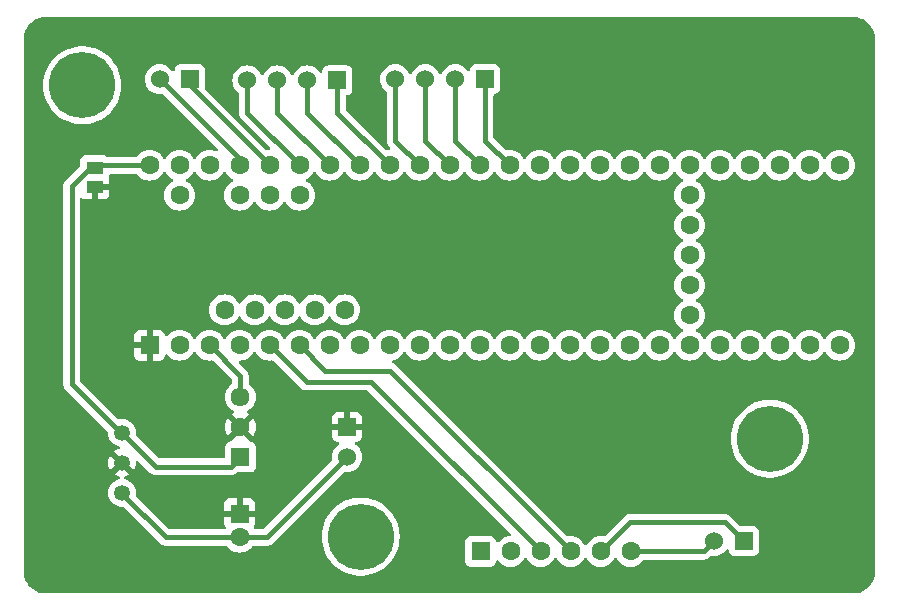
<source format=gbr>
%TF.GenerationSoftware,KiCad,Pcbnew,8.0.2*%
%TF.CreationDate,2024-06-16T16:36:44+02:00*%
%TF.ProjectId,Screen Control,53637265-656e-4204-936f-6e74726f6c2e,rev?*%
%TF.SameCoordinates,Original*%
%TF.FileFunction,Copper,L1,Top*%
%TF.FilePolarity,Positive*%
%FSLAX46Y46*%
G04 Gerber Fmt 4.6, Leading zero omitted, Abs format (unit mm)*
G04 Created by KiCad (PCBNEW 8.0.2) date 2024-06-16 16:36:44*
%MOMM*%
%LPD*%
G01*
G04 APERTURE LIST*
%TA.AperFunction,ComponentPad*%
%ADD10R,1.610000X1.610000*%
%TD*%
%TA.AperFunction,ComponentPad*%
%ADD11C,1.610000*%
%TD*%
%TA.AperFunction,ComponentPad*%
%ADD12C,5.600000*%
%TD*%
%TA.AperFunction,ComponentPad*%
%ADD13R,1.530000X1.530000*%
%TD*%
%TA.AperFunction,ComponentPad*%
%ADD14C,1.530000*%
%TD*%
%TA.AperFunction,ComponentPad*%
%ADD15C,1.350000*%
%TD*%
%TA.AperFunction,ComponentPad*%
%ADD16R,1.600000X1.600000*%
%TD*%
%TA.AperFunction,ComponentPad*%
%ADD17C,1.600000*%
%TD*%
%TA.AperFunction,SMDPad,CuDef*%
%ADD18R,1.470000X1.070000*%
%TD*%
%TA.AperFunction,Conductor*%
%ADD19C,0.400000*%
%TD*%
G04 APERTURE END LIST*
D10*
%TO.P,J7,1,1*%
%TO.N,+5V*%
X129590800Y-93624400D03*
D11*
%TO.P,J7,2,2*%
%TO.N,GND*%
X129590800Y-91084400D03*
%TO.P,J7,3,3*%
%TO.N,/COM Screen*%
X129590800Y-88544400D03*
%TD*%
D12*
%TO.P,,1*%
%TO.N,N/C*%
X139776200Y-100380800D03*
%TD*%
D13*
%TO.P,J2,1,1*%
%TO.N,GND*%
X138633200Y-91084400D03*
D14*
%TO.P,J2,2,2*%
%TO.N,+12V*%
X138633200Y-93624400D03*
%TD*%
D13*
%TO.P,J4,1,1*%
%TO.N,/LED5*%
X137795000Y-61747400D03*
D14*
%TO.P,J4,2,2*%
%TO.N,/LED6*%
X135255000Y-61747400D03*
%TO.P,J4,3,3*%
%TO.N,/LED7*%
X132715000Y-61747400D03*
%TO.P,J4,4,4*%
%TO.N,/LED8*%
X130175000Y-61747400D03*
%TD*%
D15*
%TO.P,PS1,1,+VIN*%
%TO.N,+12V*%
X119561600Y-96668200D03*
%TO.P,PS1,2,GND*%
%TO.N,GND*%
X119561600Y-94128200D03*
%TO.P,PS1,3,+VOUT*%
%TO.N,+5V*%
X119561600Y-91588200D03*
%TD*%
D12*
%TO.P,,1*%
%TO.N,N/C*%
X174421800Y-92075000D03*
%TD*%
D16*
%TO.P,C1,1*%
%TO.N,GND*%
X129540000Y-98425000D03*
D17*
%TO.P,C1,2*%
%TO.N,+12V*%
X129540000Y-100425000D03*
%TD*%
D18*
%TO.P,C2,1*%
%TO.N,GND*%
X117271800Y-70771600D03*
%TO.P,C2,2*%
%TO.N,+5V*%
X117271800Y-69131600D03*
%TD*%
D13*
%TO.P,J1,1,1*%
%TO.N,/LED1*%
X150317200Y-61645800D03*
D14*
%TO.P,J1,2,2*%
%TO.N,/LED2*%
X147777200Y-61645800D03*
%TO.P,J1,3,3*%
%TO.N,/LED3*%
X145237200Y-61645800D03*
%TO.P,J1,4,4*%
%TO.N,/LED4*%
X142697200Y-61645800D03*
%TD*%
D12*
%TO.P,,1*%
%TO.N,N/C*%
X116205000Y-62153800D03*
%TD*%
D13*
%TO.P,J5,1,1*%
%TO.N,/LED9*%
X125298200Y-61645800D03*
D14*
%TO.P,J5,2,2*%
%TO.N,/LED10*%
X122758200Y-61645800D03*
%TD*%
D13*
%TO.P,J6,1,1*%
%TO.N,/CAN H*%
X172212000Y-100761800D03*
D14*
%TO.P,J6,2,2*%
%TO.N,/CAN L*%
X169672000Y-100761800D03*
%TD*%
D16*
%TO.P,T1,1,3V3*%
%TO.N,Net-(T1-3V3)*%
X149936200Y-101625400D03*
D17*
%TO.P,T1,2,GND*%
%TO.N,Net-(T1-GND)*%
X152476200Y-101625400D03*
%TO.P,T1,3,CTX*%
%TO.N,/CTx*%
X155016200Y-101625400D03*
%TO.P,T1,4,CRX*%
%TO.N,/CRx*%
X157556200Y-101625400D03*
%TO.P,T1,5,CANH*%
%TO.N,/CAN H*%
X160096200Y-101625400D03*
%TO.P,T1,6,CANL*%
%TO.N,/CAN L*%
X162636200Y-101625400D03*
%TD*%
D16*
%TO.P,U1,1,GND*%
%TO.N,GND*%
X121908581Y-84170000D03*
D17*
%TO.P,U1,2,0_RX1_MOSI1_Touch*%
%TO.N,unconnected-(U1-0_RX1_MOSI1_Touch-Pad2)*%
X124448581Y-84170000D03*
%TO.P,U1,3,1_TX1_MISO1_Touch*%
%TO.N,/COM Screen*%
X126988581Y-84170000D03*
%TO.P,U1,4,2_PWM*%
%TO.N,unconnected-(U1-2_PWM-Pad4)*%
X129528581Y-84170000D03*
%TO.P,U1,5,3_PWM_CAN0TX_SCL2*%
%TO.N,/CTx*%
X132068581Y-84170000D03*
%TO.P,U1,6,4_PWM_CAN0RX_SDA2*%
%TO.N,/CRx*%
X134608581Y-84170000D03*
%TO.P,U1,7,5_PWM_TX1_MISO1*%
%TO.N,unconnected-(U1-5_PWM_TX1_MISO1-Pad7)*%
X137148581Y-84170000D03*
%TO.P,U1,8,6_PWM*%
%TO.N,unconnected-(U1-6_PWM-Pad8)*%
X139688581Y-84170000D03*
%TO.P,U1,9,7_RX3_MOSI0_SCL0*%
%TO.N,unconnected-(U1-7_RX3_MOSI0_SCL0-Pad9)*%
X142228581Y-84170000D03*
%TO.P,U1,10,8_TX3_MISO0_SDA0*%
%TO.N,unconnected-(U1-8_TX3_MISO0_SDA0-Pad10)*%
X144768581Y-84170000D03*
%TO.P,U1,11,9_PWM_RX2_CS0*%
%TO.N,unconnected-(U1-9_PWM_RX2_CS0-Pad11)*%
X147308581Y-84170000D03*
%TO.P,U1,12,10_PWM_TX2_CS0*%
%TO.N,unconnected-(U1-10_PWM_TX2_CS0-Pad12)*%
X149848581Y-84170000D03*
%TO.P,U1,13,11_MOSI0*%
%TO.N,unconnected-(U1-11_MOSI0-Pad13)*%
X152388581Y-84170000D03*
%TO.P,U1,14,12_MISO0*%
%TO.N,unconnected-(U1-12_MISO0-Pad14)*%
X154928581Y-84170000D03*
%TO.P,U1,15,3.3V*%
%TO.N,Net-(T1-3V3)*%
X157468581Y-84170000D03*
%TO.P,U1,16,24*%
%TO.N,unconnected-(U1-24-Pad16)*%
X160008581Y-84170000D03*
%TO.P,U1,17,25*%
%TO.N,unconnected-(U1-25-Pad17)*%
X162548581Y-84170000D03*
%TO.P,U1,18,26_TX1_SCL2*%
%TO.N,unconnected-(U1-26_TX1_SCL2-Pad18)*%
X165088581Y-84170000D03*
%TO.P,U1,19,27_RX1_SCK0*%
%TO.N,unconnected-(U1-27_RX1_SCK0-Pad19)*%
X167628581Y-84170000D03*
%TO.P,U1,20,28_MOSI0*%
%TO.N,unconnected-(U1-28_MOSI0-Pad20)*%
X170168581Y-84170000D03*
%TO.P,U1,21,29_PWM_CAN0TX_Touch*%
%TO.N,unconnected-(U1-29_PWM_CAN0TX_Touch-Pad21)*%
X172708581Y-84170000D03*
%TO.P,U1,22,30_PWM_CAN0RX_Touch*%
%TO.N,unconnected-(U1-30_PWM_CAN0RX_Touch-Pad22)*%
X175248581Y-84170000D03*
%TO.P,U1,23,31_A12_RX4_CS1*%
%TO.N,unconnected-(U1-31_A12_RX4_CS1-Pad23)*%
X177788581Y-84170000D03*
%TO.P,U1,24,32_A13_TX4_SCK1*%
%TO.N,unconnected-(U1-32_A13_TX4_SCK1-Pad24)*%
X180328581Y-84170000D03*
%TO.P,U1,25,VBat*%
%TO.N,unconnected-(U1-VBat-Pad25)*%
X167628581Y-81630000D03*
%TO.P,U1,26,3.3V*%
%TO.N,unconnected-(U1-3.3V-Pad26)*%
X167628581Y-79090000D03*
%TO.P,U1,27,GND*%
%TO.N,unconnected-(U1-GND-Pad27)*%
X167628581Y-76550000D03*
%TO.P,U1,28,Program*%
%TO.N,unconnected-(U1-Program-Pad28)*%
X167628581Y-74010000D03*
%TO.P,U1,29,Reset*%
%TO.N,unconnected-(U1-Reset-Pad29)*%
X167628581Y-71470000D03*
%TO.P,U1,30,33_A14_TX5_CAN1TX_SCL0*%
%TO.N,unconnected-(U1-33_A14_TX5_CAN1TX_SCL0-Pad30)*%
X180328581Y-68930000D03*
%TO.P,U1,31,34_A15_RX5_CAN1RX_SDA0*%
%TO.N,unconnected-(U1-34_A15_RX5_CAN1RX_SDA0-Pad31)*%
X177788581Y-68930000D03*
%TO.P,U1,32,35_A16_PWM*%
%TO.N,unconnected-(U1-35_A16_PWM-Pad32)*%
X175248581Y-68930000D03*
%TO.P,U1,33,36_A17_PWM*%
%TO.N,unconnected-(U1-36_A17_PWM-Pad33)*%
X172708581Y-68930000D03*
%TO.P,U1,34,37_A18_PWM_SCL1*%
%TO.N,unconnected-(U1-37_A18_PWM_SCL1-Pad34)*%
X170168581Y-68930000D03*
%TO.P,U1,35,38_A19_PWM_SDA1*%
%TO.N,unconnected-(U1-38_A19_PWM_SDA1-Pad35)*%
X167628581Y-68930000D03*
%TO.P,U1,36,39_A20*%
%TO.N,unconnected-(U1-39_A20-Pad36)*%
X165088581Y-68930000D03*
%TO.P,U1,37,A21_DAC0*%
%TO.N,unconnected-(U1-A21_DAC0-Pad37)*%
X162548581Y-68930000D03*
%TO.P,U1,38,A22_DAC1*%
%TO.N,unconnected-(U1-A22_DAC1-Pad38)*%
X160008581Y-68930000D03*
%TO.P,U1,39,GND*%
%TO.N,Net-(T1-GND)*%
X157468581Y-68930000D03*
%TO.P,U1,40,13_SCK0_LED*%
%TO.N,unconnected-(U1-13_SCK0_LED-Pad40)*%
X154928581Y-68930000D03*
%TO.P,U1,41,14_A0_PWM_SCK0*%
%TO.N,/LED1*%
X152388581Y-68930000D03*
%TO.P,U1,42,15_A1_CS0_Touch*%
%TO.N,/LED2*%
X149848581Y-68930000D03*
%TO.P,U1,43,16_A2_SCL0_Touch*%
%TO.N,/LED3*%
X147308581Y-68930000D03*
%TO.P,U1,44,17_A3_SDA0_Touch*%
%TO.N,/LED4*%
X144768581Y-68930000D03*
%TO.P,U1,45,18_A4_SDA0_Touch*%
%TO.N,/LED5*%
X142228581Y-68930000D03*
%TO.P,U1,46,19_A5_SCL0_Touch*%
%TO.N,/LED6*%
X139688581Y-68930000D03*
%TO.P,U1,47,20_A6_PWM_CS0_SCK1*%
%TO.N,/LED7*%
X137148581Y-68930000D03*
%TO.P,U1,48,21_A7_PWM_CS0_MOSI1*%
%TO.N,/LED8*%
X134608581Y-68930000D03*
%TO.P,U1,49,22_A8_PWM_Touch*%
%TO.N,/LED9*%
X132068581Y-68930000D03*
%TO.P,U1,50,23_A9_PWM_Touch*%
%TO.N,/LED10*%
X129528581Y-68930000D03*
%TO.P,U1,51,3.3V*%
%TO.N,unconnected-(U1-3.3V-Pad51)*%
X126988581Y-68930000D03*
%TO.P,U1,52,AGND*%
%TO.N,unconnected-(U1-AGND-Pad52)*%
X124448581Y-68930000D03*
%TO.P,U1,53,Vin*%
%TO.N,+5V*%
X121908581Y-68930000D03*
%TO.P,U1,54,VUSB*%
%TO.N,unconnected-(U1-VUSB-Pad54)*%
X124448581Y-71470000D03*
%TO.P,U1,55,AREF*%
%TO.N,unconnected-(U1-AREF-Pad55)*%
X129528581Y-71470000D03*
%TO.P,U1,56,A10*%
%TO.N,unconnected-(U1-A10-Pad56)*%
X132068581Y-71470000D03*
%TO.P,U1,57,A11*%
%TO.N,unconnected-(U1-A11-Pad57)*%
X134608581Y-71470000D03*
%TO.P,U1,58,not_used*%
%TO.N,unconnected-(U1-not_used-Pad58)*%
X128258581Y-81170000D03*
%TO.P,U1,59,A26_D-*%
%TO.N,unconnected-(U1-A26_D--Pad59)*%
X130798581Y-81170000D03*
%TO.P,U1,60,A25_D+*%
%TO.N,unconnected-(U1-A25_D+-Pad60)*%
X133338581Y-81170000D03*
%TO.P,U1,61,GND*%
%TO.N,unconnected-(U1-GND-Pad61)*%
X135878581Y-81170000D03*
%TO.P,U1,62,GND*%
%TO.N,unconnected-(U1-GND-Pad62)*%
X138418581Y-81170000D03*
%TD*%
D19*
%TO.N,+12V*%
X129540000Y-100425000D02*
X131832600Y-100425000D01*
X123259600Y-100425000D02*
X129540000Y-100425000D01*
X119561600Y-96668200D02*
X119561600Y-96727000D01*
X131832600Y-100425000D02*
X138633200Y-93624400D01*
X119561600Y-96727000D02*
X123259600Y-100425000D01*
%TO.N,+5V*%
X119561600Y-91588200D02*
X119452000Y-91588200D01*
X121908581Y-68930000D02*
X117473400Y-68930000D01*
X116841800Y-69131600D02*
X117271800Y-69131600D01*
X115305000Y-70668400D02*
X116841800Y-69131600D01*
X119452000Y-91588200D02*
X115305000Y-87441200D01*
X129590800Y-93624400D02*
X128770200Y-94445000D01*
X115305000Y-87441200D02*
X115305000Y-70668400D01*
X122418400Y-94445000D02*
X119561600Y-91588200D01*
X128770200Y-94445000D02*
X122418400Y-94445000D01*
X117473400Y-68930000D02*
X117271800Y-69131600D01*
%TO.N,/LED3*%
X145237200Y-66858619D02*
X147308581Y-68930000D01*
X145237200Y-61645800D02*
X145237200Y-66858619D01*
%TO.N,/LED2*%
X147777200Y-61645800D02*
X147777200Y-66858619D01*
X147777200Y-66858619D02*
X149848581Y-68930000D01*
%TO.N,/LED4*%
X142697200Y-66858619D02*
X144768581Y-68930000D01*
X142697200Y-61645800D02*
X142697200Y-66858619D01*
%TO.N,/LED1*%
X150317200Y-61645800D02*
X150317200Y-66858619D01*
X150317200Y-66858619D02*
X152388581Y-68930000D01*
%TO.N,/COM Screen*%
X129590800Y-86772219D02*
X126988581Y-84170000D01*
X129590800Y-88544400D02*
X129590800Y-86772219D01*
%TO.N,/LED5*%
X137795000Y-61747400D02*
X137795000Y-64496419D01*
X137795000Y-64496419D02*
X142228581Y-68930000D01*
%TO.N,/LED8*%
X130175000Y-64496419D02*
X134608581Y-68930000D01*
X130175000Y-61747400D02*
X130175000Y-64496419D01*
%TO.N,/LED6*%
X135255000Y-64496419D02*
X139688581Y-68930000D01*
X135255000Y-61747400D02*
X135255000Y-64496419D01*
%TO.N,/LED7*%
X132715000Y-61747400D02*
X132715000Y-64496419D01*
X132715000Y-64496419D02*
X137148581Y-68930000D01*
%TO.N,/LED10*%
X122758200Y-61645800D02*
X129528581Y-68416181D01*
X129528581Y-68416181D02*
X129528581Y-68930000D01*
%TO.N,/LED9*%
X125298200Y-62159619D02*
X132068581Y-68930000D01*
X125298200Y-61645800D02*
X125298200Y-62159619D01*
%TO.N,/CAN L*%
X168808400Y-101625400D02*
X169672000Y-100761800D01*
X162636200Y-101625400D02*
X168808400Y-101625400D01*
%TO.N,/CAN H*%
X170586400Y-99136200D02*
X162585400Y-99136200D01*
X162585400Y-99136200D02*
X160096200Y-101625400D01*
X172212000Y-100761800D02*
X170586400Y-99136200D01*
%TO.N,/CRx*%
X134614400Y-84170000D02*
X136779000Y-86334600D01*
X142265400Y-86334600D02*
X157556200Y-101625400D01*
X136779000Y-86334600D02*
X142265400Y-86334600D01*
X134608581Y-84170000D02*
X134614400Y-84170000D01*
%TO.N,/CTx*%
X140690600Y-87299800D02*
X155016200Y-101625400D01*
X132068581Y-84170000D02*
X135198381Y-87299800D01*
X135198381Y-87299800D02*
X140690600Y-87299800D01*
%TD*%
%TA.AperFunction,Conductor*%
%TO.N,GND*%
G36*
X166426446Y-69473348D02*
G01*
X166470963Y-69524725D01*
X166498010Y-69582728D01*
X166498013Y-69582734D01*
X166628535Y-69769141D01*
X166789439Y-69930045D01*
X166789442Y-69930047D01*
X166975847Y-70060568D01*
X167033856Y-70087618D01*
X167086295Y-70133791D01*
X167105447Y-70200984D01*
X167085231Y-70267865D01*
X167033856Y-70312382D01*
X166975848Y-70339431D01*
X166975846Y-70339432D01*
X166789439Y-70469954D01*
X166628535Y-70630858D01*
X166498013Y-70817265D01*
X166498012Y-70817267D01*
X166401842Y-71023502D01*
X166401839Y-71023511D01*
X166342947Y-71243302D01*
X166342945Y-71243313D01*
X166323113Y-71469998D01*
X166323113Y-71470001D01*
X166342945Y-71696686D01*
X166342947Y-71696697D01*
X166401839Y-71916488D01*
X166401842Y-71916497D01*
X166498012Y-72122732D01*
X166498013Y-72122734D01*
X166628535Y-72309141D01*
X166789439Y-72470045D01*
X166789442Y-72470047D01*
X166975847Y-72600568D01*
X167033856Y-72627618D01*
X167086295Y-72673791D01*
X167105447Y-72740984D01*
X167085231Y-72807865D01*
X167033856Y-72852382D01*
X166975848Y-72879431D01*
X166975846Y-72879432D01*
X166789439Y-73009954D01*
X166628535Y-73170858D01*
X166498013Y-73357265D01*
X166498012Y-73357267D01*
X166401842Y-73563502D01*
X166401839Y-73563511D01*
X166342947Y-73783302D01*
X166342945Y-73783313D01*
X166323113Y-74009998D01*
X166323113Y-74010001D01*
X166342945Y-74236686D01*
X166342947Y-74236697D01*
X166401839Y-74456488D01*
X166401842Y-74456497D01*
X166498012Y-74662732D01*
X166498013Y-74662734D01*
X166628535Y-74849141D01*
X166789439Y-75010045D01*
X166789442Y-75010047D01*
X166975847Y-75140568D01*
X167033856Y-75167618D01*
X167086295Y-75213791D01*
X167105447Y-75280984D01*
X167085231Y-75347865D01*
X167033856Y-75392382D01*
X166975848Y-75419431D01*
X166975846Y-75419432D01*
X166789439Y-75549954D01*
X166628535Y-75710858D01*
X166498013Y-75897265D01*
X166498012Y-75897267D01*
X166401842Y-76103502D01*
X166401839Y-76103511D01*
X166342947Y-76323302D01*
X166342945Y-76323313D01*
X166323113Y-76549998D01*
X166323113Y-76550001D01*
X166342945Y-76776686D01*
X166342947Y-76776697D01*
X166401839Y-76996488D01*
X166401842Y-76996497D01*
X166498012Y-77202732D01*
X166498013Y-77202734D01*
X166628535Y-77389141D01*
X166789439Y-77550045D01*
X166789442Y-77550047D01*
X166975847Y-77680568D01*
X167033856Y-77707618D01*
X167086295Y-77753791D01*
X167105447Y-77820984D01*
X167085231Y-77887865D01*
X167033856Y-77932382D01*
X166975848Y-77959431D01*
X166975846Y-77959432D01*
X166789439Y-78089954D01*
X166628535Y-78250858D01*
X166498013Y-78437265D01*
X166498012Y-78437267D01*
X166401842Y-78643502D01*
X166401839Y-78643511D01*
X166342947Y-78863302D01*
X166342945Y-78863313D01*
X166323113Y-79089998D01*
X166323113Y-79090001D01*
X166342945Y-79316686D01*
X166342947Y-79316697D01*
X166401839Y-79536488D01*
X166401842Y-79536497D01*
X166498012Y-79742732D01*
X166498013Y-79742734D01*
X166628535Y-79929141D01*
X166789439Y-80090045D01*
X166789442Y-80090047D01*
X166975847Y-80220568D01*
X167033856Y-80247618D01*
X167086295Y-80293791D01*
X167105447Y-80360984D01*
X167085231Y-80427865D01*
X167033856Y-80472382D01*
X166975848Y-80499431D01*
X166975846Y-80499432D01*
X166789439Y-80629954D01*
X166628535Y-80790858D01*
X166498013Y-80977265D01*
X166498012Y-80977267D01*
X166401842Y-81183502D01*
X166401839Y-81183511D01*
X166342947Y-81403302D01*
X166342945Y-81403313D01*
X166323113Y-81629998D01*
X166323113Y-81630001D01*
X166342945Y-81856686D01*
X166342947Y-81856697D01*
X166401839Y-82076488D01*
X166401842Y-82076497D01*
X166498012Y-82282732D01*
X166498013Y-82282734D01*
X166628535Y-82469141D01*
X166789439Y-82630045D01*
X166789442Y-82630047D01*
X166975847Y-82760568D01*
X167033856Y-82787618D01*
X167086295Y-82833791D01*
X167105447Y-82900984D01*
X167085231Y-82967865D01*
X167033856Y-83012381D01*
X167016853Y-83020310D01*
X166975848Y-83039431D01*
X166975846Y-83039432D01*
X166789439Y-83169954D01*
X166628535Y-83330858D01*
X166498013Y-83517265D01*
X166498012Y-83517267D01*
X166470963Y-83575275D01*
X166424790Y-83627714D01*
X166357597Y-83646866D01*
X166290716Y-83626650D01*
X166246199Y-83575275D01*
X166219149Y-83517267D01*
X166219148Y-83517265D01*
X166088626Y-83330858D01*
X165927722Y-83169954D01*
X165741315Y-83039432D01*
X165741313Y-83039431D01*
X165535078Y-82943261D01*
X165535069Y-82943258D01*
X165315278Y-82884366D01*
X165315274Y-82884365D01*
X165315273Y-82884365D01*
X165315272Y-82884364D01*
X165315267Y-82884364D01*
X165088583Y-82864532D01*
X165088579Y-82864532D01*
X164861894Y-82884364D01*
X164861883Y-82884366D01*
X164642092Y-82943258D01*
X164642083Y-82943261D01*
X164435848Y-83039431D01*
X164435846Y-83039432D01*
X164249439Y-83169954D01*
X164088535Y-83330858D01*
X163958013Y-83517265D01*
X163958012Y-83517267D01*
X163930963Y-83575275D01*
X163884790Y-83627714D01*
X163817597Y-83646866D01*
X163750716Y-83626650D01*
X163706199Y-83575275D01*
X163679149Y-83517267D01*
X163679148Y-83517265D01*
X163548626Y-83330858D01*
X163387722Y-83169954D01*
X163201315Y-83039432D01*
X163201313Y-83039431D01*
X162995078Y-82943261D01*
X162995069Y-82943258D01*
X162775278Y-82884366D01*
X162775274Y-82884365D01*
X162775273Y-82884365D01*
X162775272Y-82884364D01*
X162775267Y-82884364D01*
X162548583Y-82864532D01*
X162548579Y-82864532D01*
X162321894Y-82884364D01*
X162321883Y-82884366D01*
X162102092Y-82943258D01*
X162102083Y-82943261D01*
X161895848Y-83039431D01*
X161895846Y-83039432D01*
X161709439Y-83169954D01*
X161548535Y-83330858D01*
X161418013Y-83517265D01*
X161418012Y-83517267D01*
X161390963Y-83575275D01*
X161344790Y-83627714D01*
X161277597Y-83646866D01*
X161210716Y-83626650D01*
X161166199Y-83575275D01*
X161139149Y-83517267D01*
X161139148Y-83517265D01*
X161008626Y-83330858D01*
X160847722Y-83169954D01*
X160661315Y-83039432D01*
X160661313Y-83039431D01*
X160455078Y-82943261D01*
X160455069Y-82943258D01*
X160235278Y-82884366D01*
X160235274Y-82884365D01*
X160235273Y-82884365D01*
X160235272Y-82884364D01*
X160235267Y-82884364D01*
X160008583Y-82864532D01*
X160008579Y-82864532D01*
X159781894Y-82884364D01*
X159781883Y-82884366D01*
X159562092Y-82943258D01*
X159562083Y-82943261D01*
X159355848Y-83039431D01*
X159355846Y-83039432D01*
X159169439Y-83169954D01*
X159008535Y-83330858D01*
X158878013Y-83517265D01*
X158878012Y-83517267D01*
X158850963Y-83575275D01*
X158804790Y-83627714D01*
X158737597Y-83646866D01*
X158670716Y-83626650D01*
X158626199Y-83575275D01*
X158599149Y-83517267D01*
X158599148Y-83517265D01*
X158468626Y-83330858D01*
X158307722Y-83169954D01*
X158121315Y-83039432D01*
X158121313Y-83039431D01*
X157915078Y-82943261D01*
X157915069Y-82943258D01*
X157695278Y-82884366D01*
X157695274Y-82884365D01*
X157695273Y-82884365D01*
X157695272Y-82884364D01*
X157695267Y-82884364D01*
X157468583Y-82864532D01*
X157468579Y-82864532D01*
X157241894Y-82884364D01*
X157241883Y-82884366D01*
X157022092Y-82943258D01*
X157022083Y-82943261D01*
X156815848Y-83039431D01*
X156815846Y-83039432D01*
X156629439Y-83169954D01*
X156468535Y-83330858D01*
X156338013Y-83517265D01*
X156338012Y-83517267D01*
X156310963Y-83575275D01*
X156264790Y-83627714D01*
X156197597Y-83646866D01*
X156130716Y-83626650D01*
X156086199Y-83575275D01*
X156059149Y-83517267D01*
X156059148Y-83517265D01*
X155928626Y-83330858D01*
X155767722Y-83169954D01*
X155581315Y-83039432D01*
X155581313Y-83039431D01*
X155375078Y-82943261D01*
X155375069Y-82943258D01*
X155155278Y-82884366D01*
X155155274Y-82884365D01*
X155155273Y-82884365D01*
X155155272Y-82884364D01*
X155155267Y-82884364D01*
X154928583Y-82864532D01*
X154928579Y-82864532D01*
X154701894Y-82884364D01*
X154701883Y-82884366D01*
X154482092Y-82943258D01*
X154482083Y-82943261D01*
X154275848Y-83039431D01*
X154275846Y-83039432D01*
X154089439Y-83169954D01*
X153928535Y-83330858D01*
X153798013Y-83517265D01*
X153798012Y-83517267D01*
X153770963Y-83575275D01*
X153724790Y-83627714D01*
X153657597Y-83646866D01*
X153590716Y-83626650D01*
X153546199Y-83575275D01*
X153519149Y-83517267D01*
X153519148Y-83517265D01*
X153388626Y-83330858D01*
X153227722Y-83169954D01*
X153041315Y-83039432D01*
X153041313Y-83039431D01*
X152835078Y-82943261D01*
X152835069Y-82943258D01*
X152615278Y-82884366D01*
X152615274Y-82884365D01*
X152615273Y-82884365D01*
X152615272Y-82884364D01*
X152615267Y-82884364D01*
X152388583Y-82864532D01*
X152388579Y-82864532D01*
X152161894Y-82884364D01*
X152161883Y-82884366D01*
X151942092Y-82943258D01*
X151942083Y-82943261D01*
X151735848Y-83039431D01*
X151735846Y-83039432D01*
X151549439Y-83169954D01*
X151388535Y-83330858D01*
X151258013Y-83517265D01*
X151258012Y-83517267D01*
X151230963Y-83575275D01*
X151184790Y-83627714D01*
X151117597Y-83646866D01*
X151050716Y-83626650D01*
X151006199Y-83575275D01*
X150979149Y-83517267D01*
X150979148Y-83517265D01*
X150848626Y-83330858D01*
X150687722Y-83169954D01*
X150501315Y-83039432D01*
X150501313Y-83039431D01*
X150295078Y-82943261D01*
X150295069Y-82943258D01*
X150075278Y-82884366D01*
X150075274Y-82884365D01*
X150075273Y-82884365D01*
X150075272Y-82884364D01*
X150075267Y-82884364D01*
X149848583Y-82864532D01*
X149848579Y-82864532D01*
X149621894Y-82884364D01*
X149621883Y-82884366D01*
X149402092Y-82943258D01*
X149402083Y-82943261D01*
X149195848Y-83039431D01*
X149195846Y-83039432D01*
X149009439Y-83169954D01*
X148848535Y-83330858D01*
X148718013Y-83517265D01*
X148718012Y-83517267D01*
X148690963Y-83575275D01*
X148644790Y-83627714D01*
X148577597Y-83646866D01*
X148510716Y-83626650D01*
X148466199Y-83575275D01*
X148439149Y-83517267D01*
X148439148Y-83517265D01*
X148308626Y-83330858D01*
X148147722Y-83169954D01*
X147961315Y-83039432D01*
X147961313Y-83039431D01*
X147755078Y-82943261D01*
X147755069Y-82943258D01*
X147535278Y-82884366D01*
X147535274Y-82884365D01*
X147535273Y-82884365D01*
X147535272Y-82884364D01*
X147535267Y-82884364D01*
X147308583Y-82864532D01*
X147308579Y-82864532D01*
X147081894Y-82884364D01*
X147081883Y-82884366D01*
X146862092Y-82943258D01*
X146862083Y-82943261D01*
X146655848Y-83039431D01*
X146655846Y-83039432D01*
X146469439Y-83169954D01*
X146308535Y-83330858D01*
X146178013Y-83517265D01*
X146178012Y-83517267D01*
X146150963Y-83575275D01*
X146104790Y-83627714D01*
X146037597Y-83646866D01*
X145970716Y-83626650D01*
X145926199Y-83575275D01*
X145899149Y-83517267D01*
X145899148Y-83517265D01*
X145768626Y-83330858D01*
X145607722Y-83169954D01*
X145421315Y-83039432D01*
X145421313Y-83039431D01*
X145215078Y-82943261D01*
X145215069Y-82943258D01*
X144995278Y-82884366D01*
X144995274Y-82884365D01*
X144995273Y-82884365D01*
X144995272Y-82884364D01*
X144995267Y-82884364D01*
X144768583Y-82864532D01*
X144768579Y-82864532D01*
X144541894Y-82884364D01*
X144541883Y-82884366D01*
X144322092Y-82943258D01*
X144322083Y-82943261D01*
X144115848Y-83039431D01*
X144115846Y-83039432D01*
X143929439Y-83169954D01*
X143768535Y-83330858D01*
X143638013Y-83517265D01*
X143638012Y-83517267D01*
X143610963Y-83575275D01*
X143564790Y-83627714D01*
X143497597Y-83646866D01*
X143430716Y-83626650D01*
X143386199Y-83575275D01*
X143359149Y-83517267D01*
X143359148Y-83517265D01*
X143228626Y-83330858D01*
X143067722Y-83169954D01*
X142881315Y-83039432D01*
X142881313Y-83039431D01*
X142675078Y-82943261D01*
X142675069Y-82943258D01*
X142455278Y-82884366D01*
X142455274Y-82884365D01*
X142455273Y-82884365D01*
X142455272Y-82884364D01*
X142455267Y-82884364D01*
X142228583Y-82864532D01*
X142228579Y-82864532D01*
X142001894Y-82884364D01*
X142001883Y-82884366D01*
X141782092Y-82943258D01*
X141782083Y-82943261D01*
X141575848Y-83039431D01*
X141575846Y-83039432D01*
X141389439Y-83169954D01*
X141228535Y-83330858D01*
X141098013Y-83517265D01*
X141098012Y-83517267D01*
X141070963Y-83575275D01*
X141024790Y-83627714D01*
X140957597Y-83646866D01*
X140890716Y-83626650D01*
X140846199Y-83575275D01*
X140819149Y-83517267D01*
X140819148Y-83517265D01*
X140688626Y-83330858D01*
X140527722Y-83169954D01*
X140341315Y-83039432D01*
X140341313Y-83039431D01*
X140135078Y-82943261D01*
X140135069Y-82943258D01*
X139915278Y-82884366D01*
X139915274Y-82884365D01*
X139915273Y-82884365D01*
X139915272Y-82884364D01*
X139915267Y-82884364D01*
X139688583Y-82864532D01*
X139688579Y-82864532D01*
X139461894Y-82884364D01*
X139461883Y-82884366D01*
X139242092Y-82943258D01*
X139242083Y-82943261D01*
X139035848Y-83039431D01*
X139035846Y-83039432D01*
X138849439Y-83169954D01*
X138688535Y-83330858D01*
X138558013Y-83517265D01*
X138558012Y-83517267D01*
X138530963Y-83575275D01*
X138484790Y-83627714D01*
X138417597Y-83646866D01*
X138350716Y-83626650D01*
X138306199Y-83575275D01*
X138279149Y-83517267D01*
X138279148Y-83517265D01*
X138148626Y-83330858D01*
X137987722Y-83169954D01*
X137801315Y-83039432D01*
X137801313Y-83039431D01*
X137595078Y-82943261D01*
X137595069Y-82943258D01*
X137375278Y-82884366D01*
X137375274Y-82884365D01*
X137375273Y-82884365D01*
X137375272Y-82884364D01*
X137375267Y-82884364D01*
X137148583Y-82864532D01*
X137148579Y-82864532D01*
X136921894Y-82884364D01*
X136921883Y-82884366D01*
X136702092Y-82943258D01*
X136702083Y-82943261D01*
X136495848Y-83039431D01*
X136495846Y-83039432D01*
X136309439Y-83169954D01*
X136148535Y-83330858D01*
X136018013Y-83517265D01*
X136018012Y-83517267D01*
X135990963Y-83575275D01*
X135944790Y-83627714D01*
X135877597Y-83646866D01*
X135810716Y-83626650D01*
X135766199Y-83575275D01*
X135739149Y-83517267D01*
X135739148Y-83517265D01*
X135608626Y-83330858D01*
X135447722Y-83169954D01*
X135261315Y-83039432D01*
X135261313Y-83039431D01*
X135055078Y-82943261D01*
X135055069Y-82943258D01*
X134835278Y-82884366D01*
X134835274Y-82884365D01*
X134835273Y-82884365D01*
X134835272Y-82884364D01*
X134835267Y-82884364D01*
X134608583Y-82864532D01*
X134608579Y-82864532D01*
X134381894Y-82884364D01*
X134381883Y-82884366D01*
X134162092Y-82943258D01*
X134162083Y-82943261D01*
X133955848Y-83039431D01*
X133955846Y-83039432D01*
X133769439Y-83169954D01*
X133608535Y-83330858D01*
X133478013Y-83517265D01*
X133478012Y-83517267D01*
X133450963Y-83575275D01*
X133404790Y-83627714D01*
X133337597Y-83646866D01*
X133270716Y-83626650D01*
X133226199Y-83575275D01*
X133199149Y-83517267D01*
X133199148Y-83517265D01*
X133068626Y-83330858D01*
X132907722Y-83169954D01*
X132721315Y-83039432D01*
X132721313Y-83039431D01*
X132515078Y-82943261D01*
X132515069Y-82943258D01*
X132295278Y-82884366D01*
X132295274Y-82884365D01*
X132295273Y-82884365D01*
X132295272Y-82884364D01*
X132295267Y-82884364D01*
X132068583Y-82864532D01*
X132068579Y-82864532D01*
X131841894Y-82884364D01*
X131841883Y-82884366D01*
X131622092Y-82943258D01*
X131622083Y-82943261D01*
X131415848Y-83039431D01*
X131415846Y-83039432D01*
X131229439Y-83169954D01*
X131068535Y-83330858D01*
X130938013Y-83517265D01*
X130938012Y-83517267D01*
X130910963Y-83575275D01*
X130864790Y-83627714D01*
X130797597Y-83646866D01*
X130730716Y-83626650D01*
X130686199Y-83575275D01*
X130659149Y-83517267D01*
X130659148Y-83517265D01*
X130528626Y-83330858D01*
X130367722Y-83169954D01*
X130181315Y-83039432D01*
X130181313Y-83039431D01*
X129975078Y-82943261D01*
X129975069Y-82943258D01*
X129755278Y-82884366D01*
X129755274Y-82884365D01*
X129755273Y-82884365D01*
X129755272Y-82884364D01*
X129755267Y-82884364D01*
X129528583Y-82864532D01*
X129528579Y-82864532D01*
X129301894Y-82884364D01*
X129301883Y-82884366D01*
X129082092Y-82943258D01*
X129082083Y-82943261D01*
X128875848Y-83039431D01*
X128875846Y-83039432D01*
X128689439Y-83169954D01*
X128528535Y-83330858D01*
X128398013Y-83517265D01*
X128398012Y-83517267D01*
X128370963Y-83575275D01*
X128324790Y-83627714D01*
X128257597Y-83646866D01*
X128190716Y-83626650D01*
X128146199Y-83575275D01*
X128119149Y-83517267D01*
X128119148Y-83517265D01*
X127988626Y-83330858D01*
X127827722Y-83169954D01*
X127641315Y-83039432D01*
X127641313Y-83039431D01*
X127435078Y-82943261D01*
X127435069Y-82943258D01*
X127215278Y-82884366D01*
X127215274Y-82884365D01*
X127215273Y-82884365D01*
X127215272Y-82884364D01*
X127215267Y-82884364D01*
X126988583Y-82864532D01*
X126988579Y-82864532D01*
X126761894Y-82884364D01*
X126761883Y-82884366D01*
X126542092Y-82943258D01*
X126542083Y-82943261D01*
X126335848Y-83039431D01*
X126335846Y-83039432D01*
X126149439Y-83169954D01*
X125988535Y-83330858D01*
X125858013Y-83517265D01*
X125858012Y-83517267D01*
X125830963Y-83575275D01*
X125784790Y-83627714D01*
X125717597Y-83646866D01*
X125650716Y-83626650D01*
X125606199Y-83575275D01*
X125579149Y-83517267D01*
X125579148Y-83517265D01*
X125448626Y-83330858D01*
X125287722Y-83169954D01*
X125101315Y-83039432D01*
X125101313Y-83039431D01*
X124895078Y-82943261D01*
X124895069Y-82943258D01*
X124675278Y-82884366D01*
X124675274Y-82884365D01*
X124675273Y-82884365D01*
X124675272Y-82884364D01*
X124675267Y-82884364D01*
X124448583Y-82864532D01*
X124448579Y-82864532D01*
X124221894Y-82884364D01*
X124221883Y-82884366D01*
X124002092Y-82943258D01*
X124002083Y-82943261D01*
X123795848Y-83039431D01*
X123795846Y-83039432D01*
X123609439Y-83169954D01*
X123448532Y-83330861D01*
X123430868Y-83356088D01*
X123376291Y-83399712D01*
X123306792Y-83406904D01*
X123244438Y-83375380D01*
X123209026Y-83315150D01*
X123206006Y-83298218D01*
X123202179Y-83262627D01*
X123202177Y-83262620D01*
X123151935Y-83127913D01*
X123151931Y-83127906D01*
X123065771Y-83012812D01*
X123065768Y-83012809D01*
X122950674Y-82926649D01*
X122950667Y-82926645D01*
X122815960Y-82876403D01*
X122815953Y-82876401D01*
X122756425Y-82870000D01*
X122158581Y-82870000D01*
X122158581Y-83679252D01*
X122120873Y-83657482D01*
X121980990Y-83620000D01*
X121836172Y-83620000D01*
X121696289Y-83657482D01*
X121658581Y-83679252D01*
X121658581Y-82870000D01*
X121060736Y-82870000D01*
X121001208Y-82876401D01*
X121001201Y-82876403D01*
X120866494Y-82926645D01*
X120866487Y-82926649D01*
X120751393Y-83012809D01*
X120751390Y-83012812D01*
X120665230Y-83127906D01*
X120665226Y-83127913D01*
X120614984Y-83262620D01*
X120614982Y-83262627D01*
X120608581Y-83322155D01*
X120608581Y-83920000D01*
X121417833Y-83920000D01*
X121396063Y-83957708D01*
X121358581Y-84097591D01*
X121358581Y-84242409D01*
X121396063Y-84382292D01*
X121417833Y-84420000D01*
X120608581Y-84420000D01*
X120608581Y-85017844D01*
X120614982Y-85077372D01*
X120614984Y-85077379D01*
X120665226Y-85212086D01*
X120665230Y-85212093D01*
X120751390Y-85327187D01*
X120751393Y-85327190D01*
X120866487Y-85413350D01*
X120866494Y-85413354D01*
X121001201Y-85463596D01*
X121001208Y-85463598D01*
X121060736Y-85469999D01*
X121060753Y-85470000D01*
X121658581Y-85470000D01*
X121658581Y-84660747D01*
X121696289Y-84682518D01*
X121836172Y-84720000D01*
X121980990Y-84720000D01*
X122120873Y-84682518D01*
X122158581Y-84660747D01*
X122158581Y-85470000D01*
X122756409Y-85470000D01*
X122756425Y-85469999D01*
X122815953Y-85463598D01*
X122815960Y-85463596D01*
X122950667Y-85413354D01*
X122950674Y-85413350D01*
X123065768Y-85327190D01*
X123065771Y-85327187D01*
X123151931Y-85212093D01*
X123151935Y-85212086D01*
X123202177Y-85077380D01*
X123206005Y-85041781D01*
X123232743Y-84977230D01*
X123290136Y-84937382D01*
X123359961Y-84934888D01*
X123420050Y-84970540D01*
X123430870Y-84983912D01*
X123448537Y-85009143D01*
X123609439Y-85170045D01*
X123609442Y-85170047D01*
X123795847Y-85300568D01*
X124002085Y-85396739D01*
X124002090Y-85396740D01*
X124002092Y-85396741D01*
X124054996Y-85410916D01*
X124221889Y-85455635D01*
X124383811Y-85469801D01*
X124448579Y-85475468D01*
X124448581Y-85475468D01*
X124448583Y-85475468D01*
X124511092Y-85469999D01*
X124675273Y-85455635D01*
X124895077Y-85396739D01*
X125101315Y-85300568D01*
X125287720Y-85170047D01*
X125448628Y-85009139D01*
X125579149Y-84822734D01*
X125606199Y-84764724D01*
X125652371Y-84712285D01*
X125719564Y-84693133D01*
X125786446Y-84713348D01*
X125830963Y-84764725D01*
X125858010Y-84822728D01*
X125858013Y-84822734D01*
X125988535Y-85009141D01*
X126149439Y-85170045D01*
X126149442Y-85170047D01*
X126335847Y-85300568D01*
X126542085Y-85396739D01*
X126542090Y-85396740D01*
X126542092Y-85396741D01*
X126594996Y-85410916D01*
X126761889Y-85455635D01*
X126923811Y-85469801D01*
X126988579Y-85475468D01*
X126988581Y-85475468D01*
X126988582Y-85475468D01*
X127006885Y-85473866D01*
X127215273Y-85455635D01*
X127215278Y-85455633D01*
X127220462Y-85455180D01*
X127288962Y-85468946D01*
X127318951Y-85491027D01*
X128853981Y-87026056D01*
X128887466Y-87087379D01*
X128890300Y-87113737D01*
X128890300Y-87376623D01*
X128870615Y-87443662D01*
X128837424Y-87478198D01*
X128748435Y-87540509D01*
X128748433Y-87540510D01*
X128586909Y-87702033D01*
X128455887Y-87889152D01*
X128455885Y-87889156D01*
X128359346Y-88096185D01*
X128359342Y-88096194D01*
X128300223Y-88316831D01*
X128300221Y-88316841D01*
X128280313Y-88544398D01*
X128280313Y-88544401D01*
X128300221Y-88771958D01*
X128300223Y-88771968D01*
X128359342Y-88992605D01*
X128359344Y-88992609D01*
X128359345Y-88992613D01*
X128364846Y-89004409D01*
X128455884Y-89199643D01*
X128455885Y-89199644D01*
X128586909Y-89386765D01*
X128748435Y-89548291D01*
X128935556Y-89679315D01*
X128984835Y-89702294D01*
X129037274Y-89748466D01*
X129056426Y-89815660D01*
X129036210Y-89882541D01*
X128984836Y-89927058D01*
X128935806Y-89949921D01*
X128861738Y-90001784D01*
X128861737Y-90001784D01*
X129432813Y-90572859D01*
X129384298Y-90585860D01*
X129262303Y-90656294D01*
X129162694Y-90755903D01*
X129092260Y-90877898D01*
X129079260Y-90926413D01*
X128508184Y-90355337D01*
X128508184Y-90355338D01*
X128456320Y-90429407D01*
X128456319Y-90429409D01*
X128359818Y-90636357D01*
X128359814Y-90636366D01*
X128300718Y-90856917D01*
X128300716Y-90856927D01*
X128280815Y-91084399D01*
X128280815Y-91084400D01*
X128300716Y-91311872D01*
X128300718Y-91311882D01*
X128359814Y-91532433D01*
X128359818Y-91532442D01*
X128456319Y-91739391D01*
X128456320Y-91739393D01*
X128508183Y-91813461D01*
X128508184Y-91813462D01*
X129079259Y-91242386D01*
X129092260Y-91290902D01*
X129162694Y-91412897D01*
X129262303Y-91512506D01*
X129384298Y-91582940D01*
X129432812Y-91595939D01*
X128861736Y-92167015D01*
X128863231Y-92184092D01*
X128849465Y-92252592D01*
X128800850Y-92302775D01*
X128741224Y-92318504D01*
X128741229Y-92318546D01*
X128741226Y-92318546D01*
X128741236Y-92318724D01*
X128740179Y-92318780D01*
X128739727Y-92318900D01*
X128737941Y-92318900D01*
X128737923Y-92318901D01*
X128678316Y-92325308D01*
X128543471Y-92375602D01*
X128543464Y-92375606D01*
X128428255Y-92461852D01*
X128428252Y-92461855D01*
X128342006Y-92577064D01*
X128342002Y-92577071D01*
X128291708Y-92711917D01*
X128285654Y-92768233D01*
X128285301Y-92771523D01*
X128285300Y-92771535D01*
X128285301Y-93620500D01*
X128265617Y-93687539D01*
X128212813Y-93733294D01*
X128161301Y-93744500D01*
X122759919Y-93744500D01*
X122692880Y-93724815D01*
X122672238Y-93708181D01*
X120767193Y-91803136D01*
X120733708Y-91741813D01*
X120731403Y-91704020D01*
X120742136Y-91588200D01*
X120722035Y-91371277D01*
X120662417Y-91161741D01*
X120565312Y-90966728D01*
X120434027Y-90792878D01*
X120410305Y-90771253D01*
X120273033Y-90646113D01*
X120273023Y-90646106D01*
X120087813Y-90531429D01*
X120087807Y-90531426D01*
X120002713Y-90498460D01*
X119884669Y-90452730D01*
X119670526Y-90412700D01*
X119452674Y-90412700D01*
X119406635Y-90421305D01*
X119360621Y-90429907D01*
X119291106Y-90422875D01*
X119250156Y-90395699D01*
X116041819Y-87187362D01*
X116008334Y-87126039D01*
X116005500Y-87099681D01*
X116005500Y-81169998D01*
X126953113Y-81169998D01*
X126953113Y-81170001D01*
X126972945Y-81396686D01*
X126972947Y-81396697D01*
X127031839Y-81616488D01*
X127031842Y-81616497D01*
X127128012Y-81822732D01*
X127128013Y-81822734D01*
X127258535Y-82009141D01*
X127419439Y-82170045D01*
X127419442Y-82170047D01*
X127605847Y-82300568D01*
X127812085Y-82396739D01*
X128031889Y-82455635D01*
X128186263Y-82469141D01*
X128258579Y-82475468D01*
X128258581Y-82475468D01*
X128258583Y-82475468D01*
X128315254Y-82470509D01*
X128485273Y-82455635D01*
X128705077Y-82396739D01*
X128911315Y-82300568D01*
X129097720Y-82170047D01*
X129258628Y-82009139D01*
X129389149Y-81822734D01*
X129416199Y-81764724D01*
X129462371Y-81712285D01*
X129529564Y-81693133D01*
X129596446Y-81713348D01*
X129640963Y-81764725D01*
X129668010Y-81822728D01*
X129668013Y-81822734D01*
X129798535Y-82009141D01*
X129959439Y-82170045D01*
X129959442Y-82170047D01*
X130145847Y-82300568D01*
X130352085Y-82396739D01*
X130571889Y-82455635D01*
X130726263Y-82469141D01*
X130798579Y-82475468D01*
X130798581Y-82475468D01*
X130798583Y-82475468D01*
X130855254Y-82470509D01*
X131025273Y-82455635D01*
X131245077Y-82396739D01*
X131451315Y-82300568D01*
X131637720Y-82170047D01*
X131798628Y-82009139D01*
X131929149Y-81822734D01*
X131956199Y-81764724D01*
X132002371Y-81712285D01*
X132069564Y-81693133D01*
X132136446Y-81713348D01*
X132180963Y-81764725D01*
X132208010Y-81822728D01*
X132208013Y-81822734D01*
X132338535Y-82009141D01*
X132499439Y-82170045D01*
X132499442Y-82170047D01*
X132685847Y-82300568D01*
X132892085Y-82396739D01*
X133111889Y-82455635D01*
X133266263Y-82469141D01*
X133338579Y-82475468D01*
X133338581Y-82475468D01*
X133338583Y-82475468D01*
X133395254Y-82470509D01*
X133565273Y-82455635D01*
X133785077Y-82396739D01*
X133991315Y-82300568D01*
X134177720Y-82170047D01*
X134338628Y-82009139D01*
X134469149Y-81822734D01*
X134496199Y-81764724D01*
X134542371Y-81712285D01*
X134609564Y-81693133D01*
X134676446Y-81713348D01*
X134720963Y-81764725D01*
X134748010Y-81822728D01*
X134748013Y-81822734D01*
X134878535Y-82009141D01*
X135039439Y-82170045D01*
X135039442Y-82170047D01*
X135225847Y-82300568D01*
X135432085Y-82396739D01*
X135651889Y-82455635D01*
X135806263Y-82469141D01*
X135878579Y-82475468D01*
X135878581Y-82475468D01*
X135878583Y-82475468D01*
X135935254Y-82470509D01*
X136105273Y-82455635D01*
X136325077Y-82396739D01*
X136531315Y-82300568D01*
X136717720Y-82170047D01*
X136878628Y-82009139D01*
X137009149Y-81822734D01*
X137036199Y-81764724D01*
X137082371Y-81712285D01*
X137149564Y-81693133D01*
X137216446Y-81713348D01*
X137260963Y-81764725D01*
X137288010Y-81822728D01*
X137288013Y-81822734D01*
X137418535Y-82009141D01*
X137579439Y-82170045D01*
X137579442Y-82170047D01*
X137765847Y-82300568D01*
X137972085Y-82396739D01*
X138191889Y-82455635D01*
X138346263Y-82469141D01*
X138418579Y-82475468D01*
X138418581Y-82475468D01*
X138418583Y-82475468D01*
X138475254Y-82470509D01*
X138645273Y-82455635D01*
X138865077Y-82396739D01*
X139071315Y-82300568D01*
X139257720Y-82170047D01*
X139418628Y-82009139D01*
X139549149Y-81822734D01*
X139645320Y-81616496D01*
X139704216Y-81396692D01*
X139724049Y-81170000D01*
X139704216Y-80943308D01*
X139645320Y-80723504D01*
X139549149Y-80517266D01*
X139418628Y-80330861D01*
X139418626Y-80330858D01*
X139257722Y-80169954D01*
X139071315Y-80039432D01*
X139071313Y-80039431D01*
X138865078Y-79943261D01*
X138865069Y-79943258D01*
X138645278Y-79884366D01*
X138645274Y-79884365D01*
X138645273Y-79884365D01*
X138645272Y-79884364D01*
X138645267Y-79884364D01*
X138418583Y-79864532D01*
X138418579Y-79864532D01*
X138191894Y-79884364D01*
X138191883Y-79884366D01*
X137972092Y-79943258D01*
X137972083Y-79943261D01*
X137765848Y-80039431D01*
X137765846Y-80039432D01*
X137579439Y-80169954D01*
X137418535Y-80330858D01*
X137288013Y-80517265D01*
X137288012Y-80517267D01*
X137260963Y-80575275D01*
X137214790Y-80627714D01*
X137147597Y-80646866D01*
X137080716Y-80626650D01*
X137036199Y-80575275D01*
X137009149Y-80517267D01*
X137009148Y-80517265D01*
X136996661Y-80499432D01*
X136878628Y-80330861D01*
X136878626Y-80330858D01*
X136717722Y-80169954D01*
X136531315Y-80039432D01*
X136531313Y-80039431D01*
X136325078Y-79943261D01*
X136325069Y-79943258D01*
X136105278Y-79884366D01*
X136105274Y-79884365D01*
X136105273Y-79884365D01*
X136105272Y-79884364D01*
X136105267Y-79884364D01*
X135878583Y-79864532D01*
X135878579Y-79864532D01*
X135651894Y-79884364D01*
X135651883Y-79884366D01*
X135432092Y-79943258D01*
X135432083Y-79943261D01*
X135225848Y-80039431D01*
X135225846Y-80039432D01*
X135039439Y-80169954D01*
X134878535Y-80330858D01*
X134748013Y-80517265D01*
X134748012Y-80517267D01*
X134720963Y-80575275D01*
X134674790Y-80627714D01*
X134607597Y-80646866D01*
X134540716Y-80626650D01*
X134496199Y-80575275D01*
X134469149Y-80517267D01*
X134469148Y-80517265D01*
X134456661Y-80499432D01*
X134338628Y-80330861D01*
X134338626Y-80330858D01*
X134177722Y-80169954D01*
X133991315Y-80039432D01*
X133991313Y-80039431D01*
X133785078Y-79943261D01*
X133785069Y-79943258D01*
X133565278Y-79884366D01*
X133565274Y-79884365D01*
X133565273Y-79884365D01*
X133565272Y-79884364D01*
X133565267Y-79884364D01*
X133338583Y-79864532D01*
X133338579Y-79864532D01*
X133111894Y-79884364D01*
X133111883Y-79884366D01*
X132892092Y-79943258D01*
X132892083Y-79943261D01*
X132685848Y-80039431D01*
X132685846Y-80039432D01*
X132499439Y-80169954D01*
X132338535Y-80330858D01*
X132208013Y-80517265D01*
X132208012Y-80517267D01*
X132180963Y-80575275D01*
X132134790Y-80627714D01*
X132067597Y-80646866D01*
X132000716Y-80626650D01*
X131956199Y-80575275D01*
X131929149Y-80517267D01*
X131929148Y-80517265D01*
X131916661Y-80499432D01*
X131798628Y-80330861D01*
X131798626Y-80330858D01*
X131637722Y-80169954D01*
X131451315Y-80039432D01*
X131451313Y-80039431D01*
X131245078Y-79943261D01*
X131245069Y-79943258D01*
X131025278Y-79884366D01*
X131025274Y-79884365D01*
X131025273Y-79884365D01*
X131025272Y-79884364D01*
X131025267Y-79884364D01*
X130798583Y-79864532D01*
X130798579Y-79864532D01*
X130571894Y-79884364D01*
X130571883Y-79884366D01*
X130352092Y-79943258D01*
X130352083Y-79943261D01*
X130145848Y-80039431D01*
X130145846Y-80039432D01*
X129959439Y-80169954D01*
X129798535Y-80330858D01*
X129668013Y-80517265D01*
X129668012Y-80517267D01*
X129640963Y-80575275D01*
X129594790Y-80627714D01*
X129527597Y-80646866D01*
X129460716Y-80626650D01*
X129416199Y-80575275D01*
X129389149Y-80517267D01*
X129389148Y-80517265D01*
X129376661Y-80499432D01*
X129258628Y-80330861D01*
X129258626Y-80330858D01*
X129097722Y-80169954D01*
X128911315Y-80039432D01*
X128911313Y-80039431D01*
X128705078Y-79943261D01*
X128705069Y-79943258D01*
X128485278Y-79884366D01*
X128485274Y-79884365D01*
X128485273Y-79884365D01*
X128485272Y-79884364D01*
X128485267Y-79884364D01*
X128258583Y-79864532D01*
X128258579Y-79864532D01*
X128031894Y-79884364D01*
X128031883Y-79884366D01*
X127812092Y-79943258D01*
X127812083Y-79943261D01*
X127605848Y-80039431D01*
X127605846Y-80039432D01*
X127419439Y-80169954D01*
X127258535Y-80330858D01*
X127128013Y-80517265D01*
X127128012Y-80517267D01*
X127031842Y-80723502D01*
X127031839Y-80723511D01*
X126972947Y-80943302D01*
X126972945Y-80943313D01*
X126953113Y-81169998D01*
X116005500Y-81169998D01*
X116005500Y-71781171D01*
X116025185Y-71714132D01*
X116077989Y-71668377D01*
X116147147Y-71658433D01*
X116203812Y-71681905D01*
X116294710Y-71749952D01*
X116294713Y-71749954D01*
X116429420Y-71800196D01*
X116429427Y-71800198D01*
X116488955Y-71806599D01*
X116488972Y-71806600D01*
X117021800Y-71806600D01*
X117521800Y-71806600D01*
X118054628Y-71806600D01*
X118054644Y-71806599D01*
X118114172Y-71800198D01*
X118114179Y-71800196D01*
X118248886Y-71749954D01*
X118248893Y-71749950D01*
X118363987Y-71663790D01*
X118363990Y-71663787D01*
X118450150Y-71548693D01*
X118450154Y-71548686D01*
X118500396Y-71413979D01*
X118500398Y-71413972D01*
X118506799Y-71354444D01*
X118506800Y-71354427D01*
X118506800Y-71021600D01*
X117521800Y-71021600D01*
X117521800Y-71806600D01*
X117021800Y-71806600D01*
X117021800Y-70645600D01*
X117041485Y-70578561D01*
X117094289Y-70532806D01*
X117145800Y-70521600D01*
X118506800Y-70521600D01*
X118506800Y-70188772D01*
X118506799Y-70188755D01*
X118500398Y-70129227D01*
X118500397Y-70129223D01*
X118450576Y-69995649D01*
X118445592Y-69925958D01*
X118450576Y-69908981D01*
X118450593Y-69908934D01*
X118450596Y-69908931D01*
X118500891Y-69774083D01*
X118504422Y-69741244D01*
X118531160Y-69676693D01*
X118588553Y-69636845D01*
X118627711Y-69630500D01*
X120746908Y-69630500D01*
X120813947Y-69650185D01*
X120848483Y-69683377D01*
X120908535Y-69769141D01*
X121069439Y-69930045D01*
X121069442Y-69930047D01*
X121255847Y-70060568D01*
X121462085Y-70156739D01*
X121681889Y-70215635D01*
X121843811Y-70229801D01*
X121908579Y-70235468D01*
X121908581Y-70235468D01*
X121908583Y-70235468D01*
X121965254Y-70230509D01*
X122135273Y-70215635D01*
X122355077Y-70156739D01*
X122561315Y-70060568D01*
X122747720Y-69930047D01*
X122908628Y-69769139D01*
X123039149Y-69582734D01*
X123066199Y-69524724D01*
X123112371Y-69472285D01*
X123179564Y-69453133D01*
X123246446Y-69473348D01*
X123290963Y-69524725D01*
X123318010Y-69582728D01*
X123318013Y-69582734D01*
X123448535Y-69769141D01*
X123609439Y-69930045D01*
X123609442Y-69930047D01*
X123795847Y-70060568D01*
X123853856Y-70087618D01*
X123906295Y-70133791D01*
X123925447Y-70200984D01*
X123905231Y-70267865D01*
X123853856Y-70312382D01*
X123795848Y-70339431D01*
X123795846Y-70339432D01*
X123609439Y-70469954D01*
X123448535Y-70630858D01*
X123318013Y-70817265D01*
X123318012Y-70817267D01*
X123221842Y-71023502D01*
X123221839Y-71023511D01*
X123162947Y-71243302D01*
X123162945Y-71243313D01*
X123143113Y-71469998D01*
X123143113Y-71470001D01*
X123162945Y-71696686D01*
X123162947Y-71696697D01*
X123221839Y-71916488D01*
X123221842Y-71916497D01*
X123318012Y-72122732D01*
X123318013Y-72122734D01*
X123448535Y-72309141D01*
X123609439Y-72470045D01*
X123609442Y-72470047D01*
X123795847Y-72600568D01*
X124002085Y-72696739D01*
X124221889Y-72755635D01*
X124383811Y-72769801D01*
X124448579Y-72775468D01*
X124448581Y-72775468D01*
X124448583Y-72775468D01*
X124505254Y-72770509D01*
X124675273Y-72755635D01*
X124895077Y-72696739D01*
X125101315Y-72600568D01*
X125287720Y-72470047D01*
X125448628Y-72309139D01*
X125579149Y-72122734D01*
X125675320Y-71916496D01*
X125734216Y-71696692D01*
X125754049Y-71470000D01*
X125734216Y-71243308D01*
X125675320Y-71023504D01*
X125579149Y-70817266D01*
X125448628Y-70630861D01*
X125448626Y-70630858D01*
X125287722Y-70469954D01*
X125101315Y-70339432D01*
X125101309Y-70339429D01*
X125043306Y-70312382D01*
X124990866Y-70266210D01*
X124971714Y-70199017D01*
X124991929Y-70132135D01*
X125043306Y-70087618D01*
X125101315Y-70060568D01*
X125287720Y-69930047D01*
X125448628Y-69769139D01*
X125579149Y-69582734D01*
X125606199Y-69524724D01*
X125652371Y-69472285D01*
X125719564Y-69453133D01*
X125786446Y-69473348D01*
X125830963Y-69524725D01*
X125858010Y-69582728D01*
X125858013Y-69582734D01*
X125988535Y-69769141D01*
X126149439Y-69930045D01*
X126149442Y-69930047D01*
X126335847Y-70060568D01*
X126542085Y-70156739D01*
X126761889Y-70215635D01*
X126923811Y-70229801D01*
X126988579Y-70235468D01*
X126988581Y-70235468D01*
X126988583Y-70235468D01*
X127045254Y-70230509D01*
X127215273Y-70215635D01*
X127435077Y-70156739D01*
X127641315Y-70060568D01*
X127827720Y-69930047D01*
X127988628Y-69769139D01*
X128119149Y-69582734D01*
X128146199Y-69524724D01*
X128192371Y-69472285D01*
X128259564Y-69453133D01*
X128326446Y-69473348D01*
X128370963Y-69524725D01*
X128398010Y-69582728D01*
X128398013Y-69582734D01*
X128528535Y-69769141D01*
X128689439Y-69930045D01*
X128689442Y-69930047D01*
X128875847Y-70060568D01*
X128933856Y-70087618D01*
X128986295Y-70133791D01*
X129005447Y-70200984D01*
X128985231Y-70267865D01*
X128933856Y-70312382D01*
X128875848Y-70339431D01*
X128875846Y-70339432D01*
X128689439Y-70469954D01*
X128528535Y-70630858D01*
X128398013Y-70817265D01*
X128398012Y-70817267D01*
X128301842Y-71023502D01*
X128301839Y-71023511D01*
X128242947Y-71243302D01*
X128242945Y-71243313D01*
X128223113Y-71469998D01*
X128223113Y-71470001D01*
X128242945Y-71696686D01*
X128242947Y-71696697D01*
X128301839Y-71916488D01*
X128301842Y-71916497D01*
X128398012Y-72122732D01*
X128398013Y-72122734D01*
X128528535Y-72309141D01*
X128689439Y-72470045D01*
X128689442Y-72470047D01*
X128875847Y-72600568D01*
X129082085Y-72696739D01*
X129301889Y-72755635D01*
X129463811Y-72769801D01*
X129528579Y-72775468D01*
X129528581Y-72775468D01*
X129528583Y-72775468D01*
X129585254Y-72770509D01*
X129755273Y-72755635D01*
X129975077Y-72696739D01*
X130181315Y-72600568D01*
X130367720Y-72470047D01*
X130528628Y-72309139D01*
X130659149Y-72122734D01*
X130686199Y-72064724D01*
X130732371Y-72012285D01*
X130799564Y-71993133D01*
X130866446Y-72013348D01*
X130910963Y-72064725D01*
X130938010Y-72122728D01*
X130938013Y-72122734D01*
X131068535Y-72309141D01*
X131229439Y-72470045D01*
X131229442Y-72470047D01*
X131415847Y-72600568D01*
X131622085Y-72696739D01*
X131841889Y-72755635D01*
X132003811Y-72769801D01*
X132068579Y-72775468D01*
X132068581Y-72775468D01*
X132068583Y-72775468D01*
X132125254Y-72770509D01*
X132295273Y-72755635D01*
X132515077Y-72696739D01*
X132721315Y-72600568D01*
X132907720Y-72470047D01*
X133068628Y-72309139D01*
X133199149Y-72122734D01*
X133226199Y-72064724D01*
X133272371Y-72012285D01*
X133339564Y-71993133D01*
X133406446Y-72013348D01*
X133450963Y-72064725D01*
X133478010Y-72122728D01*
X133478013Y-72122734D01*
X133608535Y-72309141D01*
X133769439Y-72470045D01*
X133769442Y-72470047D01*
X133955847Y-72600568D01*
X134162085Y-72696739D01*
X134381889Y-72755635D01*
X134543811Y-72769801D01*
X134608579Y-72775468D01*
X134608581Y-72775468D01*
X134608583Y-72775468D01*
X134665254Y-72770509D01*
X134835273Y-72755635D01*
X135055077Y-72696739D01*
X135261315Y-72600568D01*
X135447720Y-72470047D01*
X135608628Y-72309139D01*
X135739149Y-72122734D01*
X135835320Y-71916496D01*
X135894216Y-71696692D01*
X135914049Y-71470000D01*
X135894216Y-71243308D01*
X135835320Y-71023504D01*
X135739149Y-70817266D01*
X135608628Y-70630861D01*
X135608626Y-70630858D01*
X135447722Y-70469954D01*
X135261315Y-70339432D01*
X135261309Y-70339429D01*
X135203306Y-70312382D01*
X135150866Y-70266210D01*
X135131714Y-70199017D01*
X135151929Y-70132135D01*
X135203306Y-70087618D01*
X135261315Y-70060568D01*
X135447720Y-69930047D01*
X135608628Y-69769139D01*
X135739149Y-69582734D01*
X135766199Y-69524724D01*
X135812371Y-69472285D01*
X135879564Y-69453133D01*
X135946446Y-69473348D01*
X135990963Y-69524725D01*
X136018010Y-69582728D01*
X136018013Y-69582734D01*
X136148535Y-69769141D01*
X136309439Y-69930045D01*
X136309442Y-69930047D01*
X136495847Y-70060568D01*
X136702085Y-70156739D01*
X136921889Y-70215635D01*
X137083811Y-70229801D01*
X137148579Y-70235468D01*
X137148581Y-70235468D01*
X137148583Y-70235468D01*
X137205254Y-70230509D01*
X137375273Y-70215635D01*
X137595077Y-70156739D01*
X137801315Y-70060568D01*
X137987720Y-69930047D01*
X138148628Y-69769139D01*
X138279149Y-69582734D01*
X138306199Y-69524724D01*
X138352371Y-69472285D01*
X138419564Y-69453133D01*
X138486446Y-69473348D01*
X138530963Y-69524725D01*
X138558010Y-69582728D01*
X138558013Y-69582734D01*
X138688535Y-69769141D01*
X138849439Y-69930045D01*
X138849442Y-69930047D01*
X139035847Y-70060568D01*
X139242085Y-70156739D01*
X139461889Y-70215635D01*
X139623811Y-70229801D01*
X139688579Y-70235468D01*
X139688581Y-70235468D01*
X139688583Y-70235468D01*
X139745254Y-70230509D01*
X139915273Y-70215635D01*
X140135077Y-70156739D01*
X140341315Y-70060568D01*
X140527720Y-69930047D01*
X140688628Y-69769139D01*
X140819149Y-69582734D01*
X140846199Y-69524724D01*
X140892371Y-69472285D01*
X140959564Y-69453133D01*
X141026446Y-69473348D01*
X141070963Y-69524725D01*
X141098010Y-69582728D01*
X141098013Y-69582734D01*
X141228535Y-69769141D01*
X141389439Y-69930045D01*
X141389442Y-69930047D01*
X141575847Y-70060568D01*
X141782085Y-70156739D01*
X142001889Y-70215635D01*
X142163811Y-70229801D01*
X142228579Y-70235468D01*
X142228581Y-70235468D01*
X142228583Y-70235468D01*
X142285254Y-70230509D01*
X142455273Y-70215635D01*
X142675077Y-70156739D01*
X142881315Y-70060568D01*
X143067720Y-69930047D01*
X143228628Y-69769139D01*
X143359149Y-69582734D01*
X143386199Y-69524724D01*
X143432371Y-69472285D01*
X143499564Y-69453133D01*
X143566446Y-69473348D01*
X143610963Y-69524725D01*
X143638010Y-69582728D01*
X143638013Y-69582734D01*
X143768535Y-69769141D01*
X143929439Y-69930045D01*
X143929442Y-69930047D01*
X144115847Y-70060568D01*
X144322085Y-70156739D01*
X144541889Y-70215635D01*
X144703811Y-70229801D01*
X144768579Y-70235468D01*
X144768581Y-70235468D01*
X144768583Y-70235468D01*
X144825254Y-70230509D01*
X144995273Y-70215635D01*
X145215077Y-70156739D01*
X145421315Y-70060568D01*
X145607720Y-69930047D01*
X145768628Y-69769139D01*
X145899149Y-69582734D01*
X145926199Y-69524724D01*
X145972371Y-69472285D01*
X146039564Y-69453133D01*
X146106446Y-69473348D01*
X146150963Y-69524725D01*
X146178010Y-69582728D01*
X146178013Y-69582734D01*
X146308535Y-69769141D01*
X146469439Y-69930045D01*
X146469442Y-69930047D01*
X146655847Y-70060568D01*
X146862085Y-70156739D01*
X147081889Y-70215635D01*
X147243811Y-70229801D01*
X147308579Y-70235468D01*
X147308581Y-70235468D01*
X147308583Y-70235468D01*
X147365254Y-70230509D01*
X147535273Y-70215635D01*
X147755077Y-70156739D01*
X147961315Y-70060568D01*
X148147720Y-69930047D01*
X148308628Y-69769139D01*
X148439149Y-69582734D01*
X148466199Y-69524724D01*
X148512371Y-69472285D01*
X148579564Y-69453133D01*
X148646446Y-69473348D01*
X148690963Y-69524725D01*
X148718010Y-69582728D01*
X148718013Y-69582734D01*
X148848535Y-69769141D01*
X149009439Y-69930045D01*
X149009442Y-69930047D01*
X149195847Y-70060568D01*
X149402085Y-70156739D01*
X149621889Y-70215635D01*
X149783811Y-70229801D01*
X149848579Y-70235468D01*
X149848581Y-70235468D01*
X149848583Y-70235468D01*
X149905254Y-70230509D01*
X150075273Y-70215635D01*
X150295077Y-70156739D01*
X150501315Y-70060568D01*
X150687720Y-69930047D01*
X150848628Y-69769139D01*
X150979149Y-69582734D01*
X151006199Y-69524724D01*
X151052371Y-69472285D01*
X151119564Y-69453133D01*
X151186446Y-69473348D01*
X151230963Y-69524725D01*
X151258010Y-69582728D01*
X151258013Y-69582734D01*
X151388535Y-69769141D01*
X151549439Y-69930045D01*
X151549442Y-69930047D01*
X151735847Y-70060568D01*
X151942085Y-70156739D01*
X152161889Y-70215635D01*
X152323811Y-70229801D01*
X152388579Y-70235468D01*
X152388581Y-70235468D01*
X152388583Y-70235468D01*
X152445254Y-70230509D01*
X152615273Y-70215635D01*
X152835077Y-70156739D01*
X153041315Y-70060568D01*
X153227720Y-69930047D01*
X153388628Y-69769139D01*
X153519149Y-69582734D01*
X153546199Y-69524724D01*
X153592371Y-69472285D01*
X153659564Y-69453133D01*
X153726446Y-69473348D01*
X153770963Y-69524725D01*
X153798010Y-69582728D01*
X153798013Y-69582734D01*
X153928535Y-69769141D01*
X154089439Y-69930045D01*
X154089442Y-69930047D01*
X154275847Y-70060568D01*
X154482085Y-70156739D01*
X154701889Y-70215635D01*
X154863811Y-70229801D01*
X154928579Y-70235468D01*
X154928581Y-70235468D01*
X154928583Y-70235468D01*
X154985254Y-70230509D01*
X155155273Y-70215635D01*
X155375077Y-70156739D01*
X155581315Y-70060568D01*
X155767720Y-69930047D01*
X155928628Y-69769139D01*
X156059149Y-69582734D01*
X156086199Y-69524724D01*
X156132371Y-69472285D01*
X156199564Y-69453133D01*
X156266446Y-69473348D01*
X156310963Y-69524725D01*
X156338010Y-69582728D01*
X156338013Y-69582734D01*
X156468535Y-69769141D01*
X156629439Y-69930045D01*
X156629442Y-69930047D01*
X156815847Y-70060568D01*
X157022085Y-70156739D01*
X157241889Y-70215635D01*
X157403811Y-70229801D01*
X157468579Y-70235468D01*
X157468581Y-70235468D01*
X157468583Y-70235468D01*
X157525254Y-70230509D01*
X157695273Y-70215635D01*
X157915077Y-70156739D01*
X158121315Y-70060568D01*
X158307720Y-69930047D01*
X158468628Y-69769139D01*
X158599149Y-69582734D01*
X158626199Y-69524724D01*
X158672371Y-69472285D01*
X158739564Y-69453133D01*
X158806446Y-69473348D01*
X158850963Y-69524725D01*
X158878010Y-69582728D01*
X158878013Y-69582734D01*
X159008535Y-69769141D01*
X159169439Y-69930045D01*
X159169442Y-69930047D01*
X159355847Y-70060568D01*
X159562085Y-70156739D01*
X159781889Y-70215635D01*
X159943811Y-70229801D01*
X160008579Y-70235468D01*
X160008581Y-70235468D01*
X160008583Y-70235468D01*
X160065254Y-70230509D01*
X160235273Y-70215635D01*
X160455077Y-70156739D01*
X160661315Y-70060568D01*
X160847720Y-69930047D01*
X161008628Y-69769139D01*
X161139149Y-69582734D01*
X161166199Y-69524724D01*
X161212371Y-69472285D01*
X161279564Y-69453133D01*
X161346446Y-69473348D01*
X161390963Y-69524725D01*
X161418010Y-69582728D01*
X161418013Y-69582734D01*
X161548535Y-69769141D01*
X161709439Y-69930045D01*
X161709442Y-69930047D01*
X161895847Y-70060568D01*
X162102085Y-70156739D01*
X162321889Y-70215635D01*
X162483811Y-70229801D01*
X162548579Y-70235468D01*
X162548581Y-70235468D01*
X162548583Y-70235468D01*
X162605254Y-70230509D01*
X162775273Y-70215635D01*
X162995077Y-70156739D01*
X163201315Y-70060568D01*
X163387720Y-69930047D01*
X163548628Y-69769139D01*
X163679149Y-69582734D01*
X163706199Y-69524724D01*
X163752371Y-69472285D01*
X163819564Y-69453133D01*
X163886446Y-69473348D01*
X163930963Y-69524725D01*
X163958010Y-69582728D01*
X163958013Y-69582734D01*
X164088535Y-69769141D01*
X164249439Y-69930045D01*
X164249442Y-69930047D01*
X164435847Y-70060568D01*
X164642085Y-70156739D01*
X164861889Y-70215635D01*
X165023811Y-70229801D01*
X165088579Y-70235468D01*
X165088581Y-70235468D01*
X165088583Y-70235468D01*
X165145254Y-70230509D01*
X165315273Y-70215635D01*
X165535077Y-70156739D01*
X165741315Y-70060568D01*
X165927720Y-69930047D01*
X166088628Y-69769139D01*
X166219149Y-69582734D01*
X166246199Y-69524724D01*
X166292371Y-69472285D01*
X166359564Y-69453133D01*
X166426446Y-69473348D01*
G37*
%TD.AperFunction*%
%TA.AperFunction,Conductor*%
G36*
X181818529Y-56393022D02*
G01*
X182041213Y-56458409D01*
X182057787Y-56464591D01*
X182167059Y-56514493D01*
X182301559Y-56575917D01*
X182317073Y-56584388D01*
X182542528Y-56729280D01*
X182556687Y-56739879D01*
X182759217Y-56915372D01*
X182771727Y-56927882D01*
X182947220Y-57130412D01*
X182957821Y-57144574D01*
X183102708Y-57370021D01*
X183111184Y-57385545D01*
X183222508Y-57629312D01*
X183228691Y-57645888D01*
X183304190Y-57903014D01*
X183307951Y-57920302D01*
X183346248Y-58186663D01*
X183347490Y-58202098D01*
X183349880Y-58336077D01*
X183349900Y-58338289D01*
X183349900Y-103231110D01*
X183349880Y-103233322D01*
X183347490Y-103367301D01*
X183346248Y-103382736D01*
X183307951Y-103649097D01*
X183304190Y-103666385D01*
X183228691Y-103923511D01*
X183222508Y-103940087D01*
X183111184Y-104183854D01*
X183102705Y-104199383D01*
X182957822Y-104424824D01*
X182947220Y-104438987D01*
X182771727Y-104641517D01*
X182759217Y-104654027D01*
X182556687Y-104829520D01*
X182542524Y-104840122D01*
X182317083Y-104985005D01*
X182301554Y-104993484D01*
X182057787Y-105104808D01*
X182041212Y-105110991D01*
X181964415Y-105133541D01*
X181905032Y-105150977D01*
X181870099Y-105156000D01*
X112719101Y-105156000D01*
X112684166Y-105150977D01*
X112547988Y-105110991D01*
X112531412Y-105104808D01*
X112287645Y-104993484D01*
X112272121Y-104985008D01*
X112046674Y-104840121D01*
X112032512Y-104829520D01*
X111829982Y-104654027D01*
X111817472Y-104641517D01*
X111641979Y-104438987D01*
X111631377Y-104424824D01*
X111486488Y-104199373D01*
X111478015Y-104183854D01*
X111366691Y-103940087D01*
X111360508Y-103923511D01*
X111289388Y-103681300D01*
X111285008Y-103666384D01*
X111281248Y-103649097D01*
X111253262Y-103454447D01*
X111252000Y-103436800D01*
X111252000Y-87510196D01*
X114604499Y-87510196D01*
X114631418Y-87645522D01*
X114631421Y-87645532D01*
X114684222Y-87773007D01*
X114760887Y-87887745D01*
X114760888Y-87887746D01*
X118346711Y-91473568D01*
X118380196Y-91534891D01*
X118382501Y-91572689D01*
X118381064Y-91588197D01*
X118381064Y-91588200D01*
X118401164Y-91805118D01*
X118401164Y-91805120D01*
X118401165Y-91805123D01*
X118403538Y-91813462D01*
X118460784Y-92014662D01*
X118490829Y-92075000D01*
X118557888Y-92209672D01*
X118689173Y-92383522D01*
X118850168Y-92530288D01*
X118850175Y-92530292D01*
X118850176Y-92530293D01*
X119035386Y-92644970D01*
X119035392Y-92644973D01*
X119063759Y-92655962D01*
X119238531Y-92723670D01*
X119307520Y-92736566D01*
X119369799Y-92768233D01*
X119405072Y-92828545D01*
X119402139Y-92898353D01*
X119361930Y-92955494D01*
X119307518Y-92980343D01*
X119238670Y-92993213D01*
X119238669Y-92993213D01*
X119035616Y-93071876D01*
X119035615Y-93071876D01*
X118926432Y-93139479D01*
X119493427Y-93706474D01*
X119397556Y-93732163D01*
X119300644Y-93788116D01*
X119221516Y-93867244D01*
X119165563Y-93964156D01*
X119139874Y-94060027D01*
X118570587Y-93490740D01*
X118558319Y-93506985D01*
X118558311Y-93506998D01*
X118461255Y-93701912D01*
X118461250Y-93701925D01*
X118401657Y-93911369D01*
X118381566Y-94128199D01*
X118381566Y-94128200D01*
X118401657Y-94345030D01*
X118461250Y-94554474D01*
X118461255Y-94554487D01*
X118558311Y-94749402D01*
X118558313Y-94749404D01*
X118570587Y-94765657D01*
X119139874Y-94196371D01*
X119165563Y-94292244D01*
X119221516Y-94389156D01*
X119300644Y-94468284D01*
X119397556Y-94524237D01*
X119493427Y-94549925D01*
X118926433Y-95116919D01*
X118926433Y-95116920D01*
X119035610Y-95184521D01*
X119035614Y-95184523D01*
X119238660Y-95263183D01*
X119238671Y-95263187D01*
X119307517Y-95276056D01*
X119369798Y-95307723D01*
X119405072Y-95368035D01*
X119402139Y-95437844D01*
X119361930Y-95494984D01*
X119307519Y-95519833D01*
X119238542Y-95532727D01*
X119238533Y-95532729D01*
X119238531Y-95532730D01*
X119189730Y-95551635D01*
X119035392Y-95611426D01*
X119035386Y-95611429D01*
X118850176Y-95726106D01*
X118850166Y-95726113D01*
X118689174Y-95872876D01*
X118557888Y-96046727D01*
X118460784Y-96241737D01*
X118401164Y-96451281D01*
X118381064Y-96668199D01*
X118381064Y-96668200D01*
X118401164Y-96885118D01*
X118401164Y-96885120D01*
X118401165Y-96885123D01*
X118415911Y-96936950D01*
X118460784Y-97094662D01*
X118547003Y-97267812D01*
X118557888Y-97289672D01*
X118689173Y-97463522D01*
X118850168Y-97610288D01*
X118850175Y-97610292D01*
X118850176Y-97610293D01*
X119035386Y-97724970D01*
X119035392Y-97724973D01*
X119058264Y-97733833D01*
X119238531Y-97803670D01*
X119452674Y-97843700D01*
X119452676Y-97843700D01*
X119636281Y-97843700D01*
X119703320Y-97863385D01*
X119723962Y-97880019D01*
X122813053Y-100969111D01*
X122813054Y-100969112D01*
X122927792Y-101045777D01*
X123037822Y-101091352D01*
X123055272Y-101098580D01*
X123055276Y-101098580D01*
X123055277Y-101098581D01*
X123190603Y-101125500D01*
X123190606Y-101125500D01*
X123190607Y-101125500D01*
X128378327Y-101125500D01*
X128445366Y-101145185D01*
X128479902Y-101178377D01*
X128539954Y-101264141D01*
X128700858Y-101425045D01*
X128737659Y-101450813D01*
X128887266Y-101555568D01*
X129093504Y-101651739D01*
X129313308Y-101710635D01*
X129475230Y-101724801D01*
X129539998Y-101730468D01*
X129540000Y-101730468D01*
X129540002Y-101730468D01*
X129596673Y-101725509D01*
X129766692Y-101710635D01*
X129986496Y-101651739D01*
X130192734Y-101555568D01*
X130379139Y-101425047D01*
X130540047Y-101264139D01*
X130600098Y-101178377D01*
X130654675Y-101134752D01*
X130701673Y-101125500D01*
X131901596Y-101125500D01*
X132018397Y-101102266D01*
X132036928Y-101098580D01*
X132100669Y-101072177D01*
X132164407Y-101045777D01*
X132164408Y-101045776D01*
X132164411Y-101045775D01*
X132279143Y-100969114D01*
X132867460Y-100380797D01*
X136470852Y-100380797D01*
X136470852Y-100380802D01*
X136490228Y-100738168D01*
X136490229Y-100738185D01*
X136548126Y-101091339D01*
X136548132Y-101091365D01*
X136643872Y-101436192D01*
X136643874Y-101436199D01*
X136776342Y-101768670D01*
X136776351Y-101768688D01*
X136943984Y-102084877D01*
X136943987Y-102084882D01*
X136943989Y-102084885D01*
X137053346Y-102246175D01*
X137144834Y-102381109D01*
X137144841Y-102381119D01*
X137376531Y-102653885D01*
X137376532Y-102653886D01*
X137636363Y-102900011D01*
X137636370Y-102900016D01*
X137636372Y-102900018D01*
X137663251Y-102920451D01*
X137921281Y-103116600D01*
X138227947Y-103301115D01*
X138227949Y-103301116D01*
X138227951Y-103301117D01*
X138227955Y-103301119D01*
X138371006Y-103367301D01*
X138552765Y-103451391D01*
X138891926Y-103565668D01*
X139241454Y-103642605D01*
X139597252Y-103681300D01*
X139597258Y-103681300D01*
X139955142Y-103681300D01*
X139955148Y-103681300D01*
X140310946Y-103642605D01*
X140660474Y-103565668D01*
X140999635Y-103451391D01*
X141324453Y-103301115D01*
X141631119Y-103116600D01*
X141916037Y-102900011D01*
X142175868Y-102653886D01*
X142407565Y-102381111D01*
X142608411Y-102084885D01*
X142776053Y-101768680D01*
X142908524Y-101436203D01*
X143004271Y-101091352D01*
X143058299Y-100761798D01*
X143062170Y-100738185D01*
X143062170Y-100738182D01*
X143062172Y-100738171D01*
X143081504Y-100381606D01*
X143081548Y-100380802D01*
X143081548Y-100380797D01*
X143077061Y-100298035D01*
X143062172Y-100023429D01*
X143054781Y-99978347D01*
X143004273Y-99670260D01*
X143004272Y-99670259D01*
X143004271Y-99670248D01*
X142950509Y-99476615D01*
X142908527Y-99325407D01*
X142908525Y-99325400D01*
X142776057Y-98992929D01*
X142776048Y-98992911D01*
X142608415Y-98676722D01*
X142608413Y-98676719D01*
X142608411Y-98676715D01*
X142407565Y-98380489D01*
X142407561Y-98380484D01*
X142407558Y-98380480D01*
X142175868Y-98107714D01*
X142088548Y-98025000D01*
X141916037Y-97861589D01*
X141916030Y-97861583D01*
X141916027Y-97861581D01*
X141839846Y-97803670D01*
X141631119Y-97645000D01*
X141324453Y-97460485D01*
X141324452Y-97460484D01*
X141324448Y-97460482D01*
X141324444Y-97460480D01*
X140999647Y-97310214D01*
X140999641Y-97310211D01*
X140999635Y-97310209D01*
X140830054Y-97253070D01*
X140660473Y-97195931D01*
X140310944Y-97118994D01*
X139955149Y-97080300D01*
X139955148Y-97080300D01*
X139597252Y-97080300D01*
X139597250Y-97080300D01*
X139241455Y-97118994D01*
X138891926Y-97195931D01*
X138678603Y-97267809D01*
X138552765Y-97310209D01*
X138552763Y-97310210D01*
X138552752Y-97310214D01*
X138227955Y-97460480D01*
X138227951Y-97460482D01*
X138132976Y-97517627D01*
X137921281Y-97645000D01*
X137832968Y-97712133D01*
X137636372Y-97861581D01*
X137636363Y-97861589D01*
X137376531Y-98107714D01*
X137144841Y-98380480D01*
X137144834Y-98380490D01*
X136943990Y-98676713D01*
X136943984Y-98676722D01*
X136776351Y-98992911D01*
X136776342Y-98992929D01*
X136643874Y-99325400D01*
X136643872Y-99325407D01*
X136548132Y-99670234D01*
X136548126Y-99670260D01*
X136490229Y-100023414D01*
X136490228Y-100023431D01*
X136470852Y-100380797D01*
X132867460Y-100380797D01*
X138335137Y-94913118D01*
X138396458Y-94879635D01*
X138433620Y-94877273D01*
X138605984Y-94892352D01*
X138633199Y-94894734D01*
X138633200Y-94894734D01*
X138633202Y-94894734D01*
X138688347Y-94889909D01*
X138853791Y-94875435D01*
X139067680Y-94818123D01*
X139268367Y-94724542D01*
X139449755Y-94597532D01*
X139606332Y-94440955D01*
X139733342Y-94259567D01*
X139826923Y-94058880D01*
X139884235Y-93844991D01*
X139903534Y-93624400D01*
X139884235Y-93403809D01*
X139826923Y-93189920D01*
X139733342Y-92989233D01*
X139606332Y-92807845D01*
X139449755Y-92651268D01*
X139340795Y-92574973D01*
X139297173Y-92520398D01*
X139289980Y-92450899D01*
X139321502Y-92388545D01*
X139381732Y-92353131D01*
X139411921Y-92349400D01*
X139446028Y-92349400D01*
X139446044Y-92349399D01*
X139505572Y-92342998D01*
X139505579Y-92342996D01*
X139640286Y-92292754D01*
X139640293Y-92292750D01*
X139755387Y-92206590D01*
X139755390Y-92206587D01*
X139841550Y-92091493D01*
X139841554Y-92091486D01*
X139891796Y-91956779D01*
X139891798Y-91956772D01*
X139898199Y-91897244D01*
X139898200Y-91897227D01*
X139898200Y-91334400D01*
X139077760Y-91334400D01*
X139108445Y-91281253D01*
X139143200Y-91151543D01*
X139143200Y-91017257D01*
X139108445Y-90887547D01*
X139077760Y-90834400D01*
X139898200Y-90834400D01*
X139898200Y-90271572D01*
X139898199Y-90271555D01*
X139891798Y-90212027D01*
X139891796Y-90212020D01*
X139841554Y-90077313D01*
X139841550Y-90077306D01*
X139755390Y-89962212D01*
X139755387Y-89962209D01*
X139640293Y-89876049D01*
X139640286Y-89876045D01*
X139505579Y-89825803D01*
X139505572Y-89825801D01*
X139446044Y-89819400D01*
X138883200Y-89819400D01*
X138883200Y-90639839D01*
X138830053Y-90609155D01*
X138700343Y-90574400D01*
X138566057Y-90574400D01*
X138436347Y-90609155D01*
X138383200Y-90639839D01*
X138383200Y-89819400D01*
X137820355Y-89819400D01*
X137760827Y-89825801D01*
X137760820Y-89825803D01*
X137626113Y-89876045D01*
X137626106Y-89876049D01*
X137511012Y-89962209D01*
X137511009Y-89962212D01*
X137424849Y-90077306D01*
X137424845Y-90077313D01*
X137374603Y-90212020D01*
X137374601Y-90212027D01*
X137368200Y-90271555D01*
X137368200Y-90834400D01*
X138188640Y-90834400D01*
X138157955Y-90887547D01*
X138123200Y-91017257D01*
X138123200Y-91151543D01*
X138157955Y-91281253D01*
X138188640Y-91334400D01*
X137368200Y-91334400D01*
X137368200Y-91897244D01*
X137374601Y-91956772D01*
X137374603Y-91956779D01*
X137424845Y-92091486D01*
X137424849Y-92091493D01*
X137511009Y-92206587D01*
X137511012Y-92206590D01*
X137626106Y-92292750D01*
X137626113Y-92292754D01*
X137760820Y-92342996D01*
X137760827Y-92342998D01*
X137820355Y-92349399D01*
X137820372Y-92349400D01*
X137854479Y-92349400D01*
X137921518Y-92369085D01*
X137967273Y-92421889D01*
X137977217Y-92491047D01*
X137948192Y-92554603D01*
X137925606Y-92574972D01*
X137872467Y-92612180D01*
X137816644Y-92651268D01*
X137660068Y-92807844D01*
X137533057Y-92989234D01*
X137533056Y-92989236D01*
X137439479Y-93189913D01*
X137439475Y-93189924D01*
X137382165Y-93403807D01*
X137382164Y-93403814D01*
X137362866Y-93624398D01*
X137362866Y-93624402D01*
X137380326Y-93823974D01*
X137366559Y-93892474D01*
X137344479Y-93922462D01*
X131578762Y-99688181D01*
X131517439Y-99721666D01*
X131491081Y-99724500D01*
X130838378Y-99724500D01*
X130771339Y-99704815D01*
X130725584Y-99652011D01*
X130715640Y-99582853D01*
X130739111Y-99526189D01*
X130783352Y-99467089D01*
X130783354Y-99467086D01*
X130833596Y-99332379D01*
X130833598Y-99332372D01*
X130839999Y-99272844D01*
X130840000Y-99272827D01*
X130840000Y-98675000D01*
X129855686Y-98675000D01*
X129860080Y-98670606D01*
X129912741Y-98579394D01*
X129940000Y-98477661D01*
X129940000Y-98372339D01*
X129912741Y-98270606D01*
X129860080Y-98179394D01*
X129855686Y-98175000D01*
X130840000Y-98175000D01*
X130840000Y-97577172D01*
X130839999Y-97577155D01*
X130833598Y-97517627D01*
X130833596Y-97517620D01*
X130783354Y-97382913D01*
X130783350Y-97382906D01*
X130697190Y-97267812D01*
X130697187Y-97267809D01*
X130582093Y-97181649D01*
X130582086Y-97181645D01*
X130447379Y-97131403D01*
X130447372Y-97131401D01*
X130387844Y-97125000D01*
X129790000Y-97125000D01*
X129790000Y-98109314D01*
X129785606Y-98104920D01*
X129694394Y-98052259D01*
X129592661Y-98025000D01*
X129487339Y-98025000D01*
X129385606Y-98052259D01*
X129294394Y-98104920D01*
X129290000Y-98109314D01*
X129290000Y-97125000D01*
X128692155Y-97125000D01*
X128632627Y-97131401D01*
X128632620Y-97131403D01*
X128497913Y-97181645D01*
X128497906Y-97181649D01*
X128382812Y-97267809D01*
X128382809Y-97267812D01*
X128296649Y-97382906D01*
X128296645Y-97382913D01*
X128246403Y-97517620D01*
X128246401Y-97517627D01*
X128240000Y-97577155D01*
X128240000Y-98175000D01*
X129224314Y-98175000D01*
X129219920Y-98179394D01*
X129167259Y-98270606D01*
X129140000Y-98372339D01*
X129140000Y-98477661D01*
X129167259Y-98579394D01*
X129219920Y-98670606D01*
X129224314Y-98675000D01*
X128240000Y-98675000D01*
X128240000Y-99272844D01*
X128246401Y-99332372D01*
X128246403Y-99332379D01*
X128296645Y-99467086D01*
X128296647Y-99467089D01*
X128340889Y-99526188D01*
X128365307Y-99591652D01*
X128350456Y-99659926D01*
X128301051Y-99709331D01*
X128241623Y-99724500D01*
X123601119Y-99724500D01*
X123534080Y-99704815D01*
X123513438Y-99688181D01*
X120762207Y-96936950D01*
X120728722Y-96875627D01*
X120726417Y-96837831D01*
X120742136Y-96668200D01*
X120722035Y-96451277D01*
X120662417Y-96241741D01*
X120565312Y-96046728D01*
X120434027Y-95872878D01*
X120273032Y-95726112D01*
X120273028Y-95726109D01*
X120273023Y-95726106D01*
X120087813Y-95611429D01*
X120087807Y-95611426D01*
X119982270Y-95570541D01*
X119884669Y-95532730D01*
X119815679Y-95519833D01*
X119753399Y-95488165D01*
X119718127Y-95427853D01*
X119721061Y-95358045D01*
X119761270Y-95300905D01*
X119815682Y-95276056D01*
X119884528Y-95263187D01*
X119884539Y-95263183D01*
X120087576Y-95184526D01*
X120087589Y-95184520D01*
X120196765Y-95116919D01*
X119629773Y-94549925D01*
X119725644Y-94524237D01*
X119822556Y-94468284D01*
X119901684Y-94389156D01*
X119957637Y-94292244D01*
X119983325Y-94196372D01*
X120552611Y-94765657D01*
X120552612Y-94765657D01*
X120564884Y-94749408D01*
X120661944Y-94554487D01*
X120661949Y-94554474D01*
X120721542Y-94345030D01*
X120741634Y-94128200D01*
X120741634Y-94128199D01*
X120735605Y-94063136D01*
X120749020Y-93994567D01*
X120797377Y-93944135D01*
X120865323Y-93927852D01*
X120931286Y-93950889D01*
X120946757Y-93964014D01*
X121971857Y-94989114D01*
X121981133Y-94995312D01*
X121981137Y-94995316D01*
X121981138Y-94995315D01*
X122086589Y-95065775D01*
X122176732Y-95103113D01*
X122210063Y-95116920D01*
X122214071Y-95118580D01*
X122240991Y-95123934D01*
X122331337Y-95141905D01*
X122349406Y-95145500D01*
X122349407Y-95145500D01*
X128839196Y-95145500D01*
X128947632Y-95123930D01*
X128974528Y-95118580D01*
X129038269Y-95092177D01*
X129102007Y-95065777D01*
X129102008Y-95065776D01*
X129102011Y-95065775D01*
X129216743Y-94989114D01*
X129239639Y-94966218D01*
X129300962Y-94932733D01*
X129327320Y-94929899D01*
X130443671Y-94929899D01*
X130443672Y-94929899D01*
X130503283Y-94923491D01*
X130638131Y-94873196D01*
X130753346Y-94786946D01*
X130839596Y-94671731D01*
X130889891Y-94536883D01*
X130896300Y-94477273D01*
X130896299Y-92771528D01*
X130889891Y-92711917D01*
X130867270Y-92651268D01*
X130839597Y-92577071D01*
X130839593Y-92577064D01*
X130753347Y-92461855D01*
X130753344Y-92461852D01*
X130638135Y-92375606D01*
X130638128Y-92375602D01*
X130503282Y-92325308D01*
X130503283Y-92325308D01*
X130443683Y-92318901D01*
X130443681Y-92318900D01*
X130443673Y-92318900D01*
X130443665Y-92318900D01*
X130441896Y-92318900D01*
X130441500Y-92318783D01*
X130440348Y-92318722D01*
X130440362Y-92318449D01*
X130374857Y-92299215D01*
X130329102Y-92246411D01*
X130318368Y-92184092D01*
X130319862Y-92167015D01*
X129748787Y-91595939D01*
X129797302Y-91582940D01*
X129919297Y-91512506D01*
X130018906Y-91412897D01*
X130089340Y-91290902D01*
X130102339Y-91242386D01*
X130673415Y-91813462D01*
X130725279Y-91739392D01*
X130821781Y-91532442D01*
X130821785Y-91532433D01*
X130880881Y-91311882D01*
X130880883Y-91311872D01*
X130900785Y-91084400D01*
X130900785Y-91084399D01*
X130880883Y-90856927D01*
X130880881Y-90856917D01*
X130821785Y-90636366D01*
X130821781Y-90636357D01*
X130725281Y-90429410D01*
X130673414Y-90355337D01*
X130102339Y-90926412D01*
X130089340Y-90877898D01*
X130018906Y-90755903D01*
X129919297Y-90656294D01*
X129797302Y-90585860D01*
X129748786Y-90572860D01*
X130319862Y-90001784D01*
X130319861Y-90001783D01*
X130245793Y-89949920D01*
X130245787Y-89949917D01*
X130196765Y-89927058D01*
X130144325Y-89880886D01*
X130125173Y-89813693D01*
X130145388Y-89746812D01*
X130196765Y-89702294D01*
X130246044Y-89679315D01*
X130433165Y-89548291D01*
X130594691Y-89386765D01*
X130725715Y-89199644D01*
X130822255Y-88992613D01*
X130881378Y-88771964D01*
X130901287Y-88544400D01*
X130881378Y-88316836D01*
X130822255Y-88096187D01*
X130725715Y-87889157D01*
X130725713Y-87889154D01*
X130725712Y-87889152D01*
X130594690Y-87702033D01*
X130433168Y-87540512D01*
X130433166Y-87540510D01*
X130433165Y-87540509D01*
X130433160Y-87540505D01*
X130433157Y-87540503D01*
X130344176Y-87478197D01*
X130300551Y-87423620D01*
X130291300Y-87376623D01*
X130291300Y-86703223D01*
X130264381Y-86567896D01*
X130264380Y-86567895D01*
X130264380Y-86567891D01*
X130215110Y-86448942D01*
X130211578Y-86440414D01*
X130211571Y-86440401D01*
X130134915Y-86325678D01*
X130134914Y-86325677D01*
X130037342Y-86228105D01*
X129492357Y-85683120D01*
X129458872Y-85621797D01*
X129463856Y-85552105D01*
X129505728Y-85496172D01*
X129569229Y-85471911D01*
X129755273Y-85455635D01*
X129975077Y-85396739D01*
X130181315Y-85300568D01*
X130367720Y-85170047D01*
X130528628Y-85009139D01*
X130659149Y-84822734D01*
X130686199Y-84764724D01*
X130732371Y-84712285D01*
X130799564Y-84693133D01*
X130866446Y-84713348D01*
X130910963Y-84764725D01*
X130938010Y-84822728D01*
X130938013Y-84822734D01*
X131068535Y-85009141D01*
X131229439Y-85170045D01*
X131229442Y-85170047D01*
X131415847Y-85300568D01*
X131622085Y-85396739D01*
X131622090Y-85396740D01*
X131622092Y-85396741D01*
X131674996Y-85410916D01*
X131841889Y-85455635D01*
X132003811Y-85469801D01*
X132068579Y-85475468D01*
X132068581Y-85475468D01*
X132068582Y-85475468D01*
X132086885Y-85473866D01*
X132295273Y-85455635D01*
X132295278Y-85455633D01*
X132300462Y-85455180D01*
X132368962Y-85468946D01*
X132398951Y-85491027D01*
X134751834Y-87843911D01*
X134751835Y-87843912D01*
X134866573Y-87920577D01*
X134994048Y-87973378D01*
X134994053Y-87973380D01*
X134994057Y-87973380D01*
X134994058Y-87973381D01*
X135129384Y-88000300D01*
X135129387Y-88000300D01*
X135129388Y-88000300D01*
X140349081Y-88000300D01*
X140416120Y-88019985D01*
X140436762Y-88036619D01*
X152512422Y-100112279D01*
X152545907Y-100173602D01*
X152540923Y-100243294D01*
X152499051Y-100299227D01*
X152435549Y-100323488D01*
X152249512Y-100339764D01*
X152249502Y-100339766D01*
X152029711Y-100398658D01*
X152029702Y-100398661D01*
X151823467Y-100494831D01*
X151823465Y-100494832D01*
X151637058Y-100625354D01*
X151476154Y-100786258D01*
X151458925Y-100810864D01*
X151404347Y-100854488D01*
X151334848Y-100861680D01*
X151272494Y-100830157D01*
X151237082Y-100769926D01*
X151234061Y-100752991D01*
X151230291Y-100717916D01*
X151179997Y-100583071D01*
X151179993Y-100583064D01*
X151093747Y-100467855D01*
X151093744Y-100467852D01*
X150978535Y-100381606D01*
X150978528Y-100381602D01*
X150843682Y-100331308D01*
X150843683Y-100331308D01*
X150784083Y-100324901D01*
X150784081Y-100324900D01*
X150784073Y-100324900D01*
X150784064Y-100324900D01*
X149088329Y-100324900D01*
X149088323Y-100324901D01*
X149028716Y-100331308D01*
X148893871Y-100381602D01*
X148893864Y-100381606D01*
X148778655Y-100467852D01*
X148778652Y-100467855D01*
X148692406Y-100583064D01*
X148692402Y-100583071D01*
X148642108Y-100717917D01*
X148635701Y-100777516D01*
X148635700Y-100777535D01*
X148635700Y-102473270D01*
X148635701Y-102473276D01*
X148642108Y-102532883D01*
X148692402Y-102667728D01*
X148692406Y-102667735D01*
X148778652Y-102782944D01*
X148778655Y-102782947D01*
X148893864Y-102869193D01*
X148893871Y-102869197D01*
X149028717Y-102919491D01*
X149028716Y-102919491D01*
X149035644Y-102920235D01*
X149088327Y-102925900D01*
X150784072Y-102925899D01*
X150843683Y-102919491D01*
X150978531Y-102869196D01*
X151093746Y-102782946D01*
X151179996Y-102667731D01*
X151230291Y-102532883D01*
X151234062Y-102497801D01*
X151260799Y-102433255D01*
X151318190Y-102393406D01*
X151388016Y-102390911D01*
X151448105Y-102426563D01*
X151458926Y-102439936D01*
X151476156Y-102464543D01*
X151637058Y-102625445D01*
X151637061Y-102625447D01*
X151823466Y-102755968D01*
X152029704Y-102852139D01*
X152249508Y-102911035D01*
X152411430Y-102925201D01*
X152476198Y-102930868D01*
X152476200Y-102930868D01*
X152476202Y-102930868D01*
X152533007Y-102925898D01*
X152702892Y-102911035D01*
X152922696Y-102852139D01*
X153128934Y-102755968D01*
X153315339Y-102625447D01*
X153476247Y-102464539D01*
X153606768Y-102278134D01*
X153633818Y-102220124D01*
X153679990Y-102167685D01*
X153747183Y-102148533D01*
X153814065Y-102168748D01*
X153858582Y-102220125D01*
X153885629Y-102278128D01*
X153885632Y-102278134D01*
X154016154Y-102464541D01*
X154177058Y-102625445D01*
X154177061Y-102625447D01*
X154363466Y-102755968D01*
X154569704Y-102852139D01*
X154789508Y-102911035D01*
X154951430Y-102925201D01*
X155016198Y-102930868D01*
X155016200Y-102930868D01*
X155016202Y-102930868D01*
X155073007Y-102925898D01*
X155242892Y-102911035D01*
X155462696Y-102852139D01*
X155668934Y-102755968D01*
X155855339Y-102625447D01*
X156016247Y-102464539D01*
X156146768Y-102278134D01*
X156173818Y-102220124D01*
X156219990Y-102167685D01*
X156287183Y-102148533D01*
X156354065Y-102168748D01*
X156398582Y-102220125D01*
X156425629Y-102278128D01*
X156425632Y-102278134D01*
X156556154Y-102464541D01*
X156717058Y-102625445D01*
X156717061Y-102625447D01*
X156903466Y-102755968D01*
X157109704Y-102852139D01*
X157329508Y-102911035D01*
X157491430Y-102925201D01*
X157556198Y-102930868D01*
X157556200Y-102930868D01*
X157556202Y-102930868D01*
X157613007Y-102925898D01*
X157782892Y-102911035D01*
X158002696Y-102852139D01*
X158208934Y-102755968D01*
X158395339Y-102625447D01*
X158556247Y-102464539D01*
X158686768Y-102278134D01*
X158713818Y-102220124D01*
X158759990Y-102167685D01*
X158827183Y-102148533D01*
X158894065Y-102168748D01*
X158938582Y-102220125D01*
X158965629Y-102278128D01*
X158965632Y-102278134D01*
X159096154Y-102464541D01*
X159257058Y-102625445D01*
X159257061Y-102625447D01*
X159443466Y-102755968D01*
X159649704Y-102852139D01*
X159869508Y-102911035D01*
X160031430Y-102925201D01*
X160096198Y-102930868D01*
X160096200Y-102930868D01*
X160096202Y-102930868D01*
X160153007Y-102925898D01*
X160322892Y-102911035D01*
X160542696Y-102852139D01*
X160748934Y-102755968D01*
X160935339Y-102625447D01*
X161096247Y-102464539D01*
X161226768Y-102278134D01*
X161253818Y-102220124D01*
X161299990Y-102167685D01*
X161367183Y-102148533D01*
X161434065Y-102168748D01*
X161478582Y-102220125D01*
X161505629Y-102278128D01*
X161505632Y-102278134D01*
X161636154Y-102464541D01*
X161797058Y-102625445D01*
X161797061Y-102625447D01*
X161983466Y-102755968D01*
X162189704Y-102852139D01*
X162409508Y-102911035D01*
X162571430Y-102925201D01*
X162636198Y-102930868D01*
X162636200Y-102930868D01*
X162636202Y-102930868D01*
X162693007Y-102925898D01*
X162862892Y-102911035D01*
X163082696Y-102852139D01*
X163288934Y-102755968D01*
X163475339Y-102625447D01*
X163636247Y-102464539D01*
X163670074Y-102416228D01*
X163696298Y-102378777D01*
X163750875Y-102335152D01*
X163797873Y-102325900D01*
X168877396Y-102325900D01*
X168968440Y-102307789D01*
X169012728Y-102298980D01*
X169076469Y-102272577D01*
X169140207Y-102246177D01*
X169140208Y-102246176D01*
X169140211Y-102246175D01*
X169254943Y-102169514D01*
X169373937Y-102050518D01*
X169435258Y-102017035D01*
X169472420Y-102014673D01*
X169648050Y-102030038D01*
X169671999Y-102032134D01*
X169672000Y-102032134D01*
X169672002Y-102032134D01*
X169727276Y-102027298D01*
X169892591Y-102012835D01*
X170106480Y-101955523D01*
X170307167Y-101861942D01*
X170488555Y-101734932D01*
X170645132Y-101578355D01*
X170720928Y-101470107D01*
X170775501Y-101426485D01*
X170845000Y-101419291D01*
X170907355Y-101450813D01*
X170942769Y-101511043D01*
X170946500Y-101541230D01*
X170946500Y-101574668D01*
X170946501Y-101574676D01*
X170952908Y-101634283D01*
X171003202Y-101769128D01*
X171003206Y-101769135D01*
X171089452Y-101884344D01*
X171089455Y-101884347D01*
X171204664Y-101970593D01*
X171204671Y-101970597D01*
X171339517Y-102020891D01*
X171339516Y-102020891D01*
X171346444Y-102021635D01*
X171399127Y-102027300D01*
X173024872Y-102027299D01*
X173084483Y-102020891D01*
X173219331Y-101970596D01*
X173334546Y-101884346D01*
X173420796Y-101769131D01*
X173471091Y-101634283D01*
X173477500Y-101574673D01*
X173477499Y-99948928D01*
X173471091Y-99889317D01*
X173465012Y-99873019D01*
X173420797Y-99754471D01*
X173420793Y-99754464D01*
X173334547Y-99639255D01*
X173334544Y-99639252D01*
X173219335Y-99553006D01*
X173219328Y-99553002D01*
X173084482Y-99502708D01*
X173084483Y-99502708D01*
X173024883Y-99496301D01*
X173024881Y-99496300D01*
X173024873Y-99496300D01*
X173024865Y-99496300D01*
X171988519Y-99496300D01*
X171921480Y-99476615D01*
X171900838Y-99459981D01*
X171032946Y-98592088D01*
X171032945Y-98592087D01*
X170918207Y-98515422D01*
X170790732Y-98462621D01*
X170790722Y-98462618D01*
X170655396Y-98435700D01*
X170655394Y-98435700D01*
X170655393Y-98435700D01*
X162516407Y-98435700D01*
X162516403Y-98435700D01*
X162407990Y-98457265D01*
X162407989Y-98457265D01*
X162394531Y-98459942D01*
X162381073Y-98462619D01*
X162328266Y-98484491D01*
X162328266Y-98484492D01*
X162281174Y-98503998D01*
X162253586Y-98515426D01*
X162243434Y-98522210D01*
X162243323Y-98522284D01*
X162138857Y-98592086D01*
X162138853Y-98592089D01*
X160426569Y-100304372D01*
X160365246Y-100337857D01*
X160328081Y-100340219D01*
X160322880Y-100339764D01*
X160303371Y-100338057D01*
X160096202Y-100319932D01*
X160096198Y-100319932D01*
X159869513Y-100339764D01*
X159869502Y-100339766D01*
X159649711Y-100398658D01*
X159649702Y-100398661D01*
X159443467Y-100494831D01*
X159443465Y-100494832D01*
X159257058Y-100625354D01*
X159096154Y-100786258D01*
X158965632Y-100972665D01*
X158965631Y-100972667D01*
X158938582Y-101030675D01*
X158892409Y-101083114D01*
X158825216Y-101102266D01*
X158758335Y-101082050D01*
X158713818Y-101030675D01*
X158686768Y-100972666D01*
X158556247Y-100786261D01*
X158556245Y-100786258D01*
X158395341Y-100625354D01*
X158208934Y-100494832D01*
X158208932Y-100494831D01*
X158002697Y-100398661D01*
X158002688Y-100398658D01*
X157782897Y-100339766D01*
X157782893Y-100339765D01*
X157782892Y-100339765D01*
X157782891Y-100339764D01*
X157782886Y-100339764D01*
X157556202Y-100319932D01*
X157556198Y-100319932D01*
X157324317Y-100340219D01*
X157255817Y-100326452D01*
X157225829Y-100304372D01*
X148996458Y-92075000D01*
X171116452Y-92075000D01*
X171133179Y-92383522D01*
X171135828Y-92432368D01*
X171135829Y-92432385D01*
X171193726Y-92785539D01*
X171193732Y-92785565D01*
X171289472Y-93130392D01*
X171289474Y-93130399D01*
X171421942Y-93462870D01*
X171421951Y-93462888D01*
X171589584Y-93779077D01*
X171589587Y-93779082D01*
X171589589Y-93779085D01*
X171788358Y-94072248D01*
X171790434Y-94075309D01*
X171790441Y-94075319D01*
X171946943Y-94259567D01*
X172022132Y-94348086D01*
X172281963Y-94594211D01*
X172566881Y-94810800D01*
X172863236Y-94989111D01*
X172873547Y-94995315D01*
X172873555Y-94995319D01*
X173151545Y-95123930D01*
X173198365Y-95145591D01*
X173537526Y-95259868D01*
X173887054Y-95336805D01*
X174242852Y-95375500D01*
X174242858Y-95375500D01*
X174600742Y-95375500D01*
X174600748Y-95375500D01*
X174956546Y-95336805D01*
X175306074Y-95259868D01*
X175645235Y-95145591D01*
X175970053Y-94995315D01*
X176276719Y-94810800D01*
X176561637Y-94594211D01*
X176821468Y-94348086D01*
X177053165Y-94075311D01*
X177254011Y-93779085D01*
X177421653Y-93462880D01*
X177554124Y-93130403D01*
X177649871Y-92785552D01*
X177691719Y-92530293D01*
X177707770Y-92432385D01*
X177707770Y-92432382D01*
X177707772Y-92432371D01*
X177727148Y-92075000D01*
X177707772Y-91717629D01*
X177691668Y-91619400D01*
X177649873Y-91364460D01*
X177649872Y-91364459D01*
X177649871Y-91364448D01*
X177591672Y-91154834D01*
X177554127Y-91019607D01*
X177554125Y-91019600D01*
X177553191Y-91017257D01*
X177421653Y-90687120D01*
X177254011Y-90370915D01*
X177053165Y-90074689D01*
X177053161Y-90074684D01*
X177053158Y-90074680D01*
X176821468Y-89801914D01*
X176793958Y-89775855D01*
X176561637Y-89555789D01*
X176561630Y-89555783D01*
X176561627Y-89555781D01*
X176494045Y-89504407D01*
X176276719Y-89339200D01*
X175970053Y-89154685D01*
X175970052Y-89154684D01*
X175970048Y-89154682D01*
X175970044Y-89154680D01*
X175645247Y-89004414D01*
X175645241Y-89004411D01*
X175645235Y-89004409D01*
X175475654Y-88947270D01*
X175306073Y-88890131D01*
X174956544Y-88813194D01*
X174600749Y-88774500D01*
X174600748Y-88774500D01*
X174242852Y-88774500D01*
X174242850Y-88774500D01*
X173887055Y-88813194D01*
X173537526Y-88890131D01*
X173281770Y-88976306D01*
X173198365Y-89004409D01*
X173198363Y-89004410D01*
X173198352Y-89004414D01*
X172873555Y-89154680D01*
X172873551Y-89154682D01*
X172645167Y-89292096D01*
X172566881Y-89339200D01*
X172504305Y-89386769D01*
X172281972Y-89555781D01*
X172281963Y-89555789D01*
X172022131Y-89801914D01*
X171790441Y-90074680D01*
X171790434Y-90074690D01*
X171589590Y-90370913D01*
X171589584Y-90370922D01*
X171421951Y-90687111D01*
X171421942Y-90687129D01*
X171289474Y-91019600D01*
X171289472Y-91019607D01*
X171193732Y-91364434D01*
X171193726Y-91364460D01*
X171135829Y-91717614D01*
X171135828Y-91717631D01*
X171119724Y-92014659D01*
X171116452Y-92075000D01*
X148996458Y-92075000D01*
X142711946Y-85790488D01*
X142711945Y-85790487D01*
X142597207Y-85713822D01*
X142500457Y-85673748D01*
X142446053Y-85629907D01*
X142423988Y-85563613D01*
X142441267Y-85495914D01*
X142492404Y-85448303D01*
X142515810Y-85439414D01*
X142675077Y-85396739D01*
X142881315Y-85300568D01*
X143067720Y-85170047D01*
X143228628Y-85009139D01*
X143359149Y-84822734D01*
X143386199Y-84764724D01*
X143432371Y-84712285D01*
X143499564Y-84693133D01*
X143566446Y-84713348D01*
X143610963Y-84764725D01*
X143638010Y-84822728D01*
X143638013Y-84822734D01*
X143768535Y-85009141D01*
X143929439Y-85170045D01*
X143929442Y-85170047D01*
X144115847Y-85300568D01*
X144322085Y-85396739D01*
X144322090Y-85396740D01*
X144322092Y-85396741D01*
X144374996Y-85410916D01*
X144541889Y-85455635D01*
X144703811Y-85469801D01*
X144768579Y-85475468D01*
X144768581Y-85475468D01*
X144768583Y-85475468D01*
X144831092Y-85469999D01*
X144995273Y-85455635D01*
X145215077Y-85396739D01*
X145421315Y-85300568D01*
X145607720Y-85170047D01*
X145768628Y-85009139D01*
X145899149Y-84822734D01*
X145926199Y-84764724D01*
X145972371Y-84712285D01*
X146039564Y-84693133D01*
X146106446Y-84713348D01*
X146150963Y-84764725D01*
X146178010Y-84822728D01*
X146178013Y-84822734D01*
X146308535Y-85009141D01*
X146469439Y-85170045D01*
X146469442Y-85170047D01*
X146655847Y-85300568D01*
X146862085Y-85396739D01*
X146862090Y-85396740D01*
X146862092Y-85396741D01*
X146914996Y-85410916D01*
X147081889Y-85455635D01*
X147243811Y-85469801D01*
X147308579Y-85475468D01*
X147308581Y-85475468D01*
X147308583Y-85475468D01*
X147371092Y-85469999D01*
X147535273Y-85455635D01*
X147755077Y-85396739D01*
X147961315Y-85300568D01*
X148147720Y-85170047D01*
X148308628Y-85009139D01*
X148439149Y-84822734D01*
X148466199Y-84764724D01*
X148512371Y-84712285D01*
X148579564Y-84693133D01*
X148646446Y-84713348D01*
X148690963Y-84764725D01*
X148718010Y-84822728D01*
X148718013Y-84822734D01*
X148848535Y-85009141D01*
X149009439Y-85170045D01*
X149009442Y-85170047D01*
X149195847Y-85300568D01*
X149402085Y-85396739D01*
X149402090Y-85396740D01*
X149402092Y-85396741D01*
X149454996Y-85410916D01*
X149621889Y-85455635D01*
X149783811Y-85469801D01*
X149848579Y-85475468D01*
X149848581Y-85475468D01*
X149848583Y-85475468D01*
X149911092Y-85469999D01*
X150075273Y-85455635D01*
X150295077Y-85396739D01*
X150501315Y-85300568D01*
X150687720Y-85170047D01*
X150848628Y-85009139D01*
X150979149Y-84822734D01*
X151006199Y-84764724D01*
X151052371Y-84712285D01*
X151119564Y-84693133D01*
X151186446Y-84713348D01*
X151230963Y-84764725D01*
X151258010Y-84822728D01*
X151258013Y-84822734D01*
X151388535Y-85009141D01*
X151549439Y-85170045D01*
X151549442Y-85170047D01*
X151735847Y-85300568D01*
X151942085Y-85396739D01*
X151942090Y-85396740D01*
X151942092Y-85396741D01*
X151994996Y-85410916D01*
X152161889Y-85455635D01*
X152323811Y-85469801D01*
X152388579Y-85475468D01*
X152388581Y-85475468D01*
X152388583Y-85475468D01*
X152451092Y-85469999D01*
X152615273Y-85455635D01*
X152835077Y-85396739D01*
X153041315Y-85300568D01*
X153227720Y-85170047D01*
X153388628Y-85009139D01*
X153519149Y-84822734D01*
X153546199Y-84764724D01*
X153592371Y-84712285D01*
X153659564Y-84693133D01*
X153726446Y-84713348D01*
X153770963Y-84764725D01*
X153798010Y-84822728D01*
X153798013Y-84822734D01*
X153928535Y-85009141D01*
X154089439Y-85170045D01*
X154089442Y-85170047D01*
X154275847Y-85300568D01*
X154482085Y-85396739D01*
X154482090Y-85396740D01*
X154482092Y-85396741D01*
X154534996Y-85410916D01*
X154701889Y-85455635D01*
X154863811Y-85469801D01*
X154928579Y-85475468D01*
X154928581Y-85475468D01*
X154928583Y-85475468D01*
X154991092Y-85469999D01*
X155155273Y-85455635D01*
X155375077Y-85396739D01*
X155581315Y-85300568D01*
X155767720Y-85170047D01*
X155928628Y-85009139D01*
X156059149Y-84822734D01*
X156086199Y-84764724D01*
X156132371Y-84712285D01*
X156199564Y-84693133D01*
X156266446Y-84713348D01*
X156310963Y-84764725D01*
X156338010Y-84822728D01*
X156338013Y-84822734D01*
X156468535Y-85009141D01*
X156629439Y-85170045D01*
X156629442Y-85170047D01*
X156815847Y-85300568D01*
X157022085Y-85396739D01*
X157022090Y-85396740D01*
X157022092Y-85396741D01*
X157074996Y-85410916D01*
X157241889Y-85455635D01*
X157403811Y-85469801D01*
X157468579Y-85475468D01*
X157468581Y-85475468D01*
X157468583Y-85475468D01*
X157531092Y-85469999D01*
X157695273Y-85455635D01*
X157915077Y-85396739D01*
X158121315Y-85300568D01*
X158307720Y-85170047D01*
X158468628Y-85009139D01*
X158599149Y-84822734D01*
X158626199Y-84764724D01*
X158672371Y-84712285D01*
X158739564Y-84693133D01*
X158806446Y-84713348D01*
X158850963Y-84764725D01*
X158878010Y-84822728D01*
X158878013Y-84822734D01*
X159008535Y-85009141D01*
X159169439Y-85170045D01*
X159169442Y-85170047D01*
X159355847Y-85300568D01*
X159562085Y-85396739D01*
X159562090Y-85396740D01*
X159562092Y-85396741D01*
X159614996Y-85410916D01*
X159781889Y-85455635D01*
X159943811Y-85469801D01*
X160008579Y-85475468D01*
X160008581Y-85475468D01*
X160008583Y-85475468D01*
X160071092Y-85469999D01*
X160235273Y-85455635D01*
X160455077Y-85396739D01*
X160661315Y-85300568D01*
X160847720Y-85170047D01*
X161008628Y-85009139D01*
X161139149Y-84822734D01*
X161166199Y-84764724D01*
X161212371Y-84712285D01*
X161279564Y-84693133D01*
X161346446Y-84713348D01*
X161390963Y-84764725D01*
X161418010Y-84822728D01*
X161418013Y-84822734D01*
X161548535Y-85009141D01*
X161709439Y-85170045D01*
X161709442Y-85170047D01*
X161895847Y-85300568D01*
X162102085Y-85396739D01*
X162102090Y-85396740D01*
X162102092Y-85396741D01*
X162154996Y-85410916D01*
X162321889Y-85455635D01*
X162483811Y-85469801D01*
X162548579Y-85475468D01*
X162548581Y-85475468D01*
X162548583Y-85475468D01*
X162611092Y-85469999D01*
X162775273Y-85455635D01*
X162995077Y-85396739D01*
X163201315Y-85300568D01*
X163387720Y-85170047D01*
X163548628Y-85009139D01*
X163679149Y-84822734D01*
X163706199Y-84764724D01*
X163752371Y-84712285D01*
X163819564Y-84693133D01*
X163886446Y-84713348D01*
X163930963Y-84764725D01*
X163958010Y-84822728D01*
X163958013Y-84822734D01*
X164088535Y-85009141D01*
X164249439Y-85170045D01*
X164249442Y-85170047D01*
X164435847Y-85300568D01*
X164642085Y-85396739D01*
X164642090Y-85396740D01*
X164642092Y-85396741D01*
X164694996Y-85410916D01*
X164861889Y-85455635D01*
X165023811Y-85469801D01*
X165088579Y-85475468D01*
X165088581Y-85475468D01*
X165088583Y-85475468D01*
X165151092Y-85469999D01*
X165315273Y-85455635D01*
X165535077Y-85396739D01*
X165741315Y-85300568D01*
X165927720Y-85170047D01*
X166088628Y-85009139D01*
X166219149Y-84822734D01*
X166246199Y-84764724D01*
X166292371Y-84712285D01*
X166359564Y-84693133D01*
X166426446Y-84713348D01*
X166470963Y-84764725D01*
X166498010Y-84822728D01*
X166498013Y-84822734D01*
X166628535Y-85009141D01*
X166789439Y-85170045D01*
X166789442Y-85170047D01*
X166975847Y-85300568D01*
X167182085Y-85396739D01*
X167182090Y-85396740D01*
X167182092Y-85396741D01*
X167234996Y-85410916D01*
X167401889Y-85455635D01*
X167563811Y-85469801D01*
X167628579Y-85475468D01*
X167628581Y-85475468D01*
X167628583Y-85475468D01*
X167691092Y-85469999D01*
X167855273Y-85455635D01*
X168075077Y-85396739D01*
X168281315Y-85300568D01*
X168467720Y-85170047D01*
X168628628Y-85009139D01*
X168759149Y-84822734D01*
X168786199Y-84764724D01*
X168832371Y-84712285D01*
X168899564Y-84693133D01*
X168966446Y-84713348D01*
X169010963Y-84764725D01*
X169038010Y-84822728D01*
X169038013Y-84822734D01*
X169168535Y-85009141D01*
X169329439Y-85170045D01*
X169329442Y-85170047D01*
X169515847Y-85300568D01*
X169722085Y-85396739D01*
X169722090Y-85396740D01*
X169722092Y-85396741D01*
X169774996Y-85410916D01*
X169941889Y-85455635D01*
X170103811Y-85469801D01*
X170168579Y-85475468D01*
X170168581Y-85475468D01*
X170168583Y-85475468D01*
X170231092Y-85469999D01*
X170395273Y-85455635D01*
X170615077Y-85396739D01*
X170821315Y-85300568D01*
X171007720Y-85170047D01*
X171168628Y-85009139D01*
X171299149Y-84822734D01*
X171326199Y-84764724D01*
X171372371Y-84712285D01*
X171439564Y-84693133D01*
X171506446Y-84713348D01*
X171550963Y-84764725D01*
X171578010Y-84822728D01*
X171578013Y-84822734D01*
X171708535Y-85009141D01*
X171869439Y-85170045D01*
X171869442Y-85170047D01*
X172055847Y-85300568D01*
X172262085Y-85396739D01*
X172262090Y-85396740D01*
X172262092Y-85396741D01*
X172314996Y-85410916D01*
X172481889Y-85455635D01*
X172643811Y-85469801D01*
X172708579Y-85475468D01*
X172708581Y-85475468D01*
X172708583Y-85475468D01*
X172771092Y-85469999D01*
X172935273Y-85455635D01*
X173155077Y-85396739D01*
X173361315Y-85300568D01*
X173547720Y-85170047D01*
X173708628Y-85009139D01*
X173839149Y-84822734D01*
X173866199Y-84764724D01*
X173912371Y-84712285D01*
X173979564Y-84693133D01*
X174046446Y-84713348D01*
X174090963Y-84764725D01*
X174118010Y-84822728D01*
X174118013Y-84822734D01*
X174248535Y-85009141D01*
X174409439Y-85170045D01*
X174409442Y-85170047D01*
X174595847Y-85300568D01*
X174802085Y-85396739D01*
X174802090Y-85396740D01*
X174802092Y-85396741D01*
X174854996Y-85410916D01*
X175021889Y-85455635D01*
X175183811Y-85469801D01*
X175248579Y-85475468D01*
X175248581Y-85475468D01*
X175248583Y-85475468D01*
X175311092Y-85469999D01*
X175475273Y-85455635D01*
X175695077Y-85396739D01*
X175901315Y-85300568D01*
X176087720Y-85170047D01*
X176248628Y-85009139D01*
X176379149Y-84822734D01*
X176406199Y-84764724D01*
X176452371Y-84712285D01*
X176519564Y-84693133D01*
X176586446Y-84713348D01*
X176630963Y-84764725D01*
X176658010Y-84822728D01*
X176658013Y-84822734D01*
X176788535Y-85009141D01*
X176949439Y-85170045D01*
X176949442Y-85170047D01*
X177135847Y-85300568D01*
X177342085Y-85396739D01*
X177342090Y-85396740D01*
X177342092Y-85396741D01*
X177394996Y-85410916D01*
X177561889Y-85455635D01*
X177723811Y-85469801D01*
X177788579Y-85475468D01*
X177788581Y-85475468D01*
X177788583Y-85475468D01*
X177851092Y-85469999D01*
X178015273Y-85455635D01*
X178235077Y-85396739D01*
X178441315Y-85300568D01*
X178627720Y-85170047D01*
X178788628Y-85009139D01*
X178919149Y-84822734D01*
X178946199Y-84764724D01*
X178992371Y-84712285D01*
X179059564Y-84693133D01*
X179126446Y-84713348D01*
X179170963Y-84764725D01*
X179198010Y-84822728D01*
X179198013Y-84822734D01*
X179328535Y-85009141D01*
X179489439Y-85170045D01*
X179489442Y-85170047D01*
X179675847Y-85300568D01*
X179882085Y-85396739D01*
X179882090Y-85396740D01*
X179882092Y-85396741D01*
X179934996Y-85410916D01*
X180101889Y-85455635D01*
X180263811Y-85469801D01*
X180328579Y-85475468D01*
X180328581Y-85475468D01*
X180328583Y-85475468D01*
X180391092Y-85469999D01*
X180555273Y-85455635D01*
X180775077Y-85396739D01*
X180981315Y-85300568D01*
X181167720Y-85170047D01*
X181328628Y-85009139D01*
X181459149Y-84822734D01*
X181555320Y-84616496D01*
X181614216Y-84396692D01*
X181634049Y-84170000D01*
X181614216Y-83943308D01*
X181555320Y-83723504D01*
X181459149Y-83517266D01*
X181328628Y-83330861D01*
X181328626Y-83330858D01*
X181167722Y-83169954D01*
X180981315Y-83039432D01*
X180981313Y-83039431D01*
X180775078Y-82943261D01*
X180775069Y-82943258D01*
X180555278Y-82884366D01*
X180555274Y-82884365D01*
X180555273Y-82884365D01*
X180555272Y-82884364D01*
X180555267Y-82884364D01*
X180328583Y-82864532D01*
X180328579Y-82864532D01*
X180101894Y-82884364D01*
X180101883Y-82884366D01*
X179882092Y-82943258D01*
X179882083Y-82943261D01*
X179675848Y-83039431D01*
X179675846Y-83039432D01*
X179489439Y-83169954D01*
X179328535Y-83330858D01*
X179198013Y-83517265D01*
X179198012Y-83517267D01*
X179170963Y-83575275D01*
X179124790Y-83627714D01*
X179057597Y-83646866D01*
X178990716Y-83626650D01*
X178946199Y-83575275D01*
X178919149Y-83517267D01*
X178919148Y-83517265D01*
X178788626Y-83330858D01*
X178627722Y-83169954D01*
X178441315Y-83039432D01*
X178441313Y-83039431D01*
X178235078Y-82943261D01*
X178235069Y-82943258D01*
X178015278Y-82884366D01*
X178015274Y-82884365D01*
X178015273Y-82884365D01*
X178015272Y-82884364D01*
X178015267Y-82884364D01*
X177788583Y-82864532D01*
X177788579Y-82864532D01*
X177561894Y-82884364D01*
X177561883Y-82884366D01*
X177342092Y-82943258D01*
X177342083Y-82943261D01*
X177135848Y-83039431D01*
X177135846Y-83039432D01*
X176949439Y-83169954D01*
X176788535Y-83330858D01*
X176658013Y-83517265D01*
X176658012Y-83517267D01*
X176630963Y-83575275D01*
X176584790Y-83627714D01*
X176517597Y-83646866D01*
X176450716Y-83626650D01*
X176406199Y-83575275D01*
X176379149Y-83517267D01*
X176379148Y-83517265D01*
X176248626Y-83330858D01*
X176087722Y-83169954D01*
X175901315Y-83039432D01*
X175901313Y-83039431D01*
X175695078Y-82943261D01*
X175695069Y-82943258D01*
X175475278Y-82884366D01*
X175475274Y-82884365D01*
X175475273Y-82884365D01*
X175475272Y-82884364D01*
X175475267Y-82884364D01*
X175248583Y-82864532D01*
X175248579Y-82864532D01*
X175021894Y-82884364D01*
X175021883Y-82884366D01*
X174802092Y-82943258D01*
X174802083Y-82943261D01*
X174595848Y-83039431D01*
X174595846Y-83039432D01*
X174409439Y-83169954D01*
X174248535Y-83330858D01*
X174118013Y-83517265D01*
X174118012Y-83517267D01*
X174090963Y-83575275D01*
X174044790Y-83627714D01*
X173977597Y-83646866D01*
X173910716Y-83626650D01*
X173866199Y-83575275D01*
X173839149Y-83517267D01*
X173839148Y-83517265D01*
X173708626Y-83330858D01*
X173547722Y-83169954D01*
X173361315Y-83039432D01*
X173361313Y-83039431D01*
X173155078Y-82943261D01*
X173155069Y-82943258D01*
X172935278Y-82884366D01*
X172935274Y-82884365D01*
X172935273Y-82884365D01*
X172935272Y-82884364D01*
X172935267Y-82884364D01*
X172708583Y-82864532D01*
X172708579Y-82864532D01*
X172481894Y-82884364D01*
X172481883Y-82884366D01*
X172262092Y-82943258D01*
X172262083Y-82943261D01*
X172055848Y-83039431D01*
X172055846Y-83039432D01*
X171869439Y-83169954D01*
X171708535Y-83330858D01*
X171578013Y-83517265D01*
X171578012Y-83517267D01*
X171550963Y-83575275D01*
X171504790Y-83627714D01*
X171437597Y-83646866D01*
X171370716Y-83626650D01*
X171326199Y-83575275D01*
X171299149Y-83517267D01*
X171299148Y-83517265D01*
X171168626Y-83330858D01*
X171007722Y-83169954D01*
X170821315Y-83039432D01*
X170821313Y-83039431D01*
X170615078Y-82943261D01*
X170615069Y-82943258D01*
X170395278Y-82884366D01*
X170395274Y-82884365D01*
X170395273Y-82884365D01*
X170395272Y-82884364D01*
X170395267Y-82884364D01*
X170168583Y-82864532D01*
X170168579Y-82864532D01*
X169941894Y-82884364D01*
X169941883Y-82884366D01*
X169722092Y-82943258D01*
X169722083Y-82943261D01*
X169515848Y-83039431D01*
X169515846Y-83039432D01*
X169329439Y-83169954D01*
X169168535Y-83330858D01*
X169038013Y-83517265D01*
X169038012Y-83517267D01*
X169010963Y-83575275D01*
X168964790Y-83627714D01*
X168897597Y-83646866D01*
X168830716Y-83626650D01*
X168786199Y-83575275D01*
X168759149Y-83517267D01*
X168759148Y-83517265D01*
X168628626Y-83330858D01*
X168467722Y-83169954D01*
X168281315Y-83039432D01*
X168281309Y-83039429D01*
X168253619Y-83026517D01*
X168223305Y-83012381D01*
X168170866Y-82966210D01*
X168151714Y-82899017D01*
X168171929Y-82832135D01*
X168223306Y-82787618D01*
X168281315Y-82760568D01*
X168467720Y-82630047D01*
X168628628Y-82469139D01*
X168759149Y-82282734D01*
X168855320Y-82076496D01*
X168914216Y-81856692D01*
X168934049Y-81630000D01*
X168914216Y-81403308D01*
X168855320Y-81183504D01*
X168759149Y-80977266D01*
X168628628Y-80790861D01*
X168628626Y-80790858D01*
X168467722Y-80629954D01*
X168281315Y-80499432D01*
X168281309Y-80499429D01*
X168223306Y-80472382D01*
X168170866Y-80426210D01*
X168151714Y-80359017D01*
X168171929Y-80292135D01*
X168223306Y-80247618D01*
X168281315Y-80220568D01*
X168467720Y-80090047D01*
X168628628Y-79929139D01*
X168759149Y-79742734D01*
X168855320Y-79536496D01*
X168914216Y-79316692D01*
X168934049Y-79090000D01*
X168914216Y-78863308D01*
X168855320Y-78643504D01*
X168759149Y-78437266D01*
X168628628Y-78250861D01*
X168628626Y-78250858D01*
X168467722Y-78089954D01*
X168281315Y-77959432D01*
X168281309Y-77959429D01*
X168223306Y-77932382D01*
X168170866Y-77886210D01*
X168151714Y-77819017D01*
X168171929Y-77752135D01*
X168223306Y-77707618D01*
X168281315Y-77680568D01*
X168467720Y-77550047D01*
X168628628Y-77389139D01*
X168759149Y-77202734D01*
X168855320Y-76996496D01*
X168914216Y-76776692D01*
X168934049Y-76550000D01*
X168914216Y-76323308D01*
X168855320Y-76103504D01*
X168759149Y-75897266D01*
X168628628Y-75710861D01*
X168628626Y-75710858D01*
X168467722Y-75549954D01*
X168281315Y-75419432D01*
X168281309Y-75419429D01*
X168223306Y-75392382D01*
X168170866Y-75346210D01*
X168151714Y-75279017D01*
X168171929Y-75212135D01*
X168223306Y-75167618D01*
X168281315Y-75140568D01*
X168467720Y-75010047D01*
X168628628Y-74849139D01*
X168759149Y-74662734D01*
X168855320Y-74456496D01*
X168914216Y-74236692D01*
X168934049Y-74010000D01*
X168914216Y-73783308D01*
X168855320Y-73563504D01*
X168759149Y-73357266D01*
X168628628Y-73170861D01*
X168628626Y-73170858D01*
X168467722Y-73009954D01*
X168281315Y-72879432D01*
X168281309Y-72879429D01*
X168223306Y-72852382D01*
X168170866Y-72806210D01*
X168151714Y-72739017D01*
X168171929Y-72672135D01*
X168223306Y-72627618D01*
X168281315Y-72600568D01*
X168467720Y-72470047D01*
X168628628Y-72309139D01*
X168759149Y-72122734D01*
X168855320Y-71916496D01*
X168914216Y-71696692D01*
X168934049Y-71470000D01*
X168914216Y-71243308D01*
X168855320Y-71023504D01*
X168759149Y-70817266D01*
X168628628Y-70630861D01*
X168628626Y-70630858D01*
X168467722Y-70469954D01*
X168281315Y-70339432D01*
X168281309Y-70339429D01*
X168223306Y-70312382D01*
X168170866Y-70266210D01*
X168151714Y-70199017D01*
X168171929Y-70132135D01*
X168223306Y-70087618D01*
X168281315Y-70060568D01*
X168467720Y-69930047D01*
X168628628Y-69769139D01*
X168759149Y-69582734D01*
X168786199Y-69524724D01*
X168832371Y-69472285D01*
X168899564Y-69453133D01*
X168966446Y-69473348D01*
X169010963Y-69524725D01*
X169038010Y-69582728D01*
X169038013Y-69582734D01*
X169168535Y-69769141D01*
X169329439Y-69930045D01*
X169329442Y-69930047D01*
X169515847Y-70060568D01*
X169722085Y-70156739D01*
X169941889Y-70215635D01*
X170103811Y-70229801D01*
X170168579Y-70235468D01*
X170168581Y-70235468D01*
X170168583Y-70235468D01*
X170225254Y-70230509D01*
X170395273Y-70215635D01*
X170615077Y-70156739D01*
X170821315Y-70060568D01*
X171007720Y-69930047D01*
X171168628Y-69769139D01*
X171299149Y-69582734D01*
X171326199Y-69524724D01*
X171372371Y-69472285D01*
X171439564Y-69453133D01*
X171506446Y-69473348D01*
X171550963Y-69524725D01*
X171578010Y-69582728D01*
X171578013Y-69582734D01*
X171708535Y-69769141D01*
X171869439Y-69930045D01*
X171869442Y-69930047D01*
X172055847Y-70060568D01*
X172262085Y-70156739D01*
X172481889Y-70215635D01*
X172643811Y-70229801D01*
X172708579Y-70235468D01*
X172708581Y-70235468D01*
X172708583Y-70235468D01*
X172765254Y-70230509D01*
X172935273Y-70215635D01*
X173155077Y-70156739D01*
X173361315Y-70060568D01*
X173547720Y-69930047D01*
X173708628Y-69769139D01*
X173839149Y-69582734D01*
X173866199Y-69524724D01*
X173912371Y-69472285D01*
X173979564Y-69453133D01*
X174046446Y-69473348D01*
X174090963Y-69524725D01*
X174118010Y-69582728D01*
X174118013Y-69582734D01*
X174248535Y-69769141D01*
X174409439Y-69930045D01*
X174409442Y-69930047D01*
X174595847Y-70060568D01*
X174802085Y-70156739D01*
X175021889Y-70215635D01*
X175183811Y-70229801D01*
X175248579Y-70235468D01*
X175248581Y-70235468D01*
X175248583Y-70235468D01*
X175305254Y-70230509D01*
X175475273Y-70215635D01*
X175695077Y-70156739D01*
X175901315Y-70060568D01*
X176087720Y-69930047D01*
X176248628Y-69769139D01*
X176379149Y-69582734D01*
X176406199Y-69524724D01*
X176452371Y-69472285D01*
X176519564Y-69453133D01*
X176586446Y-69473348D01*
X176630963Y-69524725D01*
X176658010Y-69582728D01*
X176658013Y-69582734D01*
X176788535Y-69769141D01*
X176949439Y-69930045D01*
X176949442Y-69930047D01*
X177135847Y-70060568D01*
X177342085Y-70156739D01*
X177561889Y-70215635D01*
X177723811Y-70229801D01*
X177788579Y-70235468D01*
X177788581Y-70235468D01*
X177788583Y-70235468D01*
X177845254Y-70230509D01*
X178015273Y-70215635D01*
X178235077Y-70156739D01*
X178441315Y-70060568D01*
X178627720Y-69930047D01*
X178788628Y-69769139D01*
X178919149Y-69582734D01*
X178946199Y-69524724D01*
X178992371Y-69472285D01*
X179059564Y-69453133D01*
X179126446Y-69473348D01*
X179170963Y-69524725D01*
X179198010Y-69582728D01*
X179198013Y-69582734D01*
X179328535Y-69769141D01*
X179489439Y-69930045D01*
X179489442Y-69930047D01*
X179675847Y-70060568D01*
X179882085Y-70156739D01*
X180101889Y-70215635D01*
X180263811Y-70229801D01*
X180328579Y-70235468D01*
X180328581Y-70235468D01*
X180328583Y-70235468D01*
X180385254Y-70230509D01*
X180555273Y-70215635D01*
X180775077Y-70156739D01*
X180981315Y-70060568D01*
X181167720Y-69930047D01*
X181328628Y-69769139D01*
X181459149Y-69582734D01*
X181555320Y-69376496D01*
X181614216Y-69156692D01*
X181634049Y-68930000D01*
X181614216Y-68703308D01*
X181555320Y-68483504D01*
X181459149Y-68277266D01*
X181328628Y-68090861D01*
X181328626Y-68090858D01*
X181167722Y-67929954D01*
X180981315Y-67799432D01*
X180981313Y-67799431D01*
X180775078Y-67703261D01*
X180775069Y-67703258D01*
X180555278Y-67644366D01*
X180555274Y-67644365D01*
X180555273Y-67644365D01*
X180555272Y-67644364D01*
X180555267Y-67644364D01*
X180328583Y-67624532D01*
X180328579Y-67624532D01*
X180101894Y-67644364D01*
X180101883Y-67644366D01*
X179882092Y-67703258D01*
X179882083Y-67703261D01*
X179675848Y-67799431D01*
X179675846Y-67799432D01*
X179489439Y-67929954D01*
X179328535Y-68090858D01*
X179198013Y-68277265D01*
X179198012Y-68277267D01*
X179170963Y-68335275D01*
X179124790Y-68387714D01*
X179057597Y-68406866D01*
X178990716Y-68386650D01*
X178946199Y-68335275D01*
X178919149Y-68277267D01*
X178919148Y-68277265D01*
X178918738Y-68276680D01*
X178788628Y-68090861D01*
X178788626Y-68090858D01*
X178627722Y-67929954D01*
X178441315Y-67799432D01*
X178441313Y-67799431D01*
X178235078Y-67703261D01*
X178235069Y-67703258D01*
X178015278Y-67644366D01*
X178015274Y-67644365D01*
X178015273Y-67644365D01*
X178015272Y-67644364D01*
X178015267Y-67644364D01*
X177788583Y-67624532D01*
X177788579Y-67624532D01*
X177561894Y-67644364D01*
X177561883Y-67644366D01*
X177342092Y-67703258D01*
X177342083Y-67703261D01*
X177135848Y-67799431D01*
X177135846Y-67799432D01*
X176949439Y-67929954D01*
X176788535Y-68090858D01*
X176658013Y-68277265D01*
X176658012Y-68277267D01*
X176630963Y-68335275D01*
X176584790Y-68387714D01*
X176517597Y-68406866D01*
X176450716Y-68386650D01*
X176406199Y-68335275D01*
X176379149Y-68277267D01*
X176379148Y-68277265D01*
X176378738Y-68276680D01*
X176248628Y-68090861D01*
X176248626Y-68090858D01*
X176087722Y-67929954D01*
X175901315Y-67799432D01*
X175901313Y-67799431D01*
X175695078Y-67703261D01*
X175695069Y-67703258D01*
X175475278Y-67644366D01*
X175475274Y-67644365D01*
X175475273Y-67644365D01*
X175475272Y-67644364D01*
X175475267Y-67644364D01*
X175248583Y-67624532D01*
X175248579Y-67624532D01*
X175021894Y-67644364D01*
X175021883Y-67644366D01*
X174802092Y-67703258D01*
X174802083Y-67703261D01*
X174595848Y-67799431D01*
X174595846Y-67799432D01*
X174409439Y-67929954D01*
X174248535Y-68090858D01*
X174118013Y-68277265D01*
X174118012Y-68277267D01*
X174090963Y-68335275D01*
X174044790Y-68387714D01*
X173977597Y-68406866D01*
X173910716Y-68386650D01*
X173866199Y-68335275D01*
X173839149Y-68277267D01*
X173839148Y-68277265D01*
X173838738Y-68276680D01*
X173708628Y-68090861D01*
X173708626Y-68090858D01*
X173547722Y-67929954D01*
X173361315Y-67799432D01*
X173361313Y-67799431D01*
X173155078Y-67703261D01*
X173155069Y-67703258D01*
X172935278Y-67644366D01*
X172935274Y-67644365D01*
X172935273Y-67644365D01*
X172935272Y-67644364D01*
X172935267Y-67644364D01*
X172708583Y-67624532D01*
X172708579Y-67624532D01*
X172481894Y-67644364D01*
X172481883Y-67644366D01*
X172262092Y-67703258D01*
X172262083Y-67703261D01*
X172055848Y-67799431D01*
X172055846Y-67799432D01*
X171869439Y-67929954D01*
X171708535Y-68090858D01*
X171578013Y-68277265D01*
X171578012Y-68277267D01*
X171550963Y-68335275D01*
X171504790Y-68387714D01*
X171437597Y-68406866D01*
X171370716Y-68386650D01*
X171326199Y-68335275D01*
X171299149Y-68277267D01*
X171299148Y-68277265D01*
X171298738Y-68276680D01*
X171168628Y-68090861D01*
X171168626Y-68090858D01*
X171007722Y-67929954D01*
X170821315Y-67799432D01*
X170821313Y-67799431D01*
X170615078Y-67703261D01*
X170615069Y-67703258D01*
X170395278Y-67644366D01*
X170395274Y-67644365D01*
X170395273Y-67644365D01*
X170395272Y-67644364D01*
X170395267Y-67644364D01*
X170168583Y-67624532D01*
X170168579Y-67624532D01*
X169941894Y-67644364D01*
X169941883Y-67644366D01*
X169722092Y-67703258D01*
X169722083Y-67703261D01*
X169515848Y-67799431D01*
X169515846Y-67799432D01*
X169329439Y-67929954D01*
X169168535Y-68090858D01*
X169038013Y-68277265D01*
X169038012Y-68277267D01*
X169010963Y-68335275D01*
X168964790Y-68387714D01*
X168897597Y-68406866D01*
X168830716Y-68386650D01*
X168786199Y-68335275D01*
X168759149Y-68277267D01*
X168759148Y-68277265D01*
X168758738Y-68276680D01*
X168628628Y-68090861D01*
X168628626Y-68090858D01*
X168467722Y-67929954D01*
X168281315Y-67799432D01*
X168281313Y-67799431D01*
X168075078Y-67703261D01*
X168075069Y-67703258D01*
X167855278Y-67644366D01*
X167855274Y-67644365D01*
X167855273Y-67644365D01*
X167855272Y-67644364D01*
X167855267Y-67644364D01*
X167628583Y-67624532D01*
X167628579Y-67624532D01*
X167401894Y-67644364D01*
X167401883Y-67644366D01*
X167182092Y-67703258D01*
X167182083Y-67703261D01*
X166975848Y-67799431D01*
X166975846Y-67799432D01*
X166789439Y-67929954D01*
X166628535Y-68090858D01*
X166498013Y-68277265D01*
X166498012Y-68277267D01*
X166470963Y-68335275D01*
X166424790Y-68387714D01*
X166357597Y-68406866D01*
X166290716Y-68386650D01*
X166246199Y-68335275D01*
X166219149Y-68277267D01*
X166219148Y-68277265D01*
X166218738Y-68276680D01*
X166088628Y-68090861D01*
X166088626Y-68090858D01*
X165927722Y-67929954D01*
X165741315Y-67799432D01*
X165741313Y-67799431D01*
X165535078Y-67703261D01*
X165535069Y-67703258D01*
X165315278Y-67644366D01*
X165315274Y-67644365D01*
X165315273Y-67644365D01*
X165315272Y-67644364D01*
X165315267Y-67644364D01*
X165088583Y-67624532D01*
X165088579Y-67624532D01*
X164861894Y-67644364D01*
X164861883Y-67644366D01*
X164642092Y-67703258D01*
X164642083Y-67703261D01*
X164435848Y-67799431D01*
X164435846Y-67799432D01*
X164249439Y-67929954D01*
X164088535Y-68090858D01*
X163958013Y-68277265D01*
X163958012Y-68277267D01*
X163930963Y-68335275D01*
X163884790Y-68387714D01*
X163817597Y-68406866D01*
X163750716Y-68386650D01*
X163706199Y-68335275D01*
X163679149Y-68277267D01*
X163679148Y-68277265D01*
X163678738Y-68276680D01*
X163548628Y-68090861D01*
X163548626Y-68090858D01*
X163387722Y-67929954D01*
X163201315Y-67799432D01*
X163201313Y-67799431D01*
X162995078Y-67703261D01*
X162995069Y-67703258D01*
X162775278Y-67644366D01*
X162775274Y-67644365D01*
X162775273Y-67644365D01*
X162775272Y-67644364D01*
X162775267Y-67644364D01*
X162548583Y-67624532D01*
X162548579Y-67624532D01*
X162321894Y-67644364D01*
X162321883Y-67644366D01*
X162102092Y-67703258D01*
X162102083Y-67703261D01*
X161895848Y-67799431D01*
X161895846Y-67799432D01*
X161709439Y-67929954D01*
X161548535Y-68090858D01*
X161418013Y-68277265D01*
X161418012Y-68277267D01*
X161390963Y-68335275D01*
X161344790Y-68387714D01*
X161277597Y-68406866D01*
X161210716Y-68386650D01*
X161166199Y-68335275D01*
X161139149Y-68277267D01*
X161139148Y-68277265D01*
X161138738Y-68276680D01*
X161008628Y-68090861D01*
X161008626Y-68090858D01*
X160847722Y-67929954D01*
X160661315Y-67799432D01*
X160661313Y-67799431D01*
X160455078Y-67703261D01*
X160455069Y-67703258D01*
X160235278Y-67644366D01*
X160235274Y-67644365D01*
X160235273Y-67644365D01*
X160235272Y-67644364D01*
X160235267Y-67644364D01*
X160008583Y-67624532D01*
X160008579Y-67624532D01*
X159781894Y-67644364D01*
X159781883Y-67644366D01*
X159562092Y-67703258D01*
X159562083Y-67703261D01*
X159355848Y-67799431D01*
X159355846Y-67799432D01*
X159169439Y-67929954D01*
X159008535Y-68090858D01*
X158878013Y-68277265D01*
X158878012Y-68277267D01*
X158850963Y-68335275D01*
X158804790Y-68387714D01*
X158737597Y-68406866D01*
X158670716Y-68386650D01*
X158626199Y-68335275D01*
X158599149Y-68277267D01*
X158599148Y-68277265D01*
X158598738Y-68276680D01*
X158468628Y-68090861D01*
X158468626Y-68090858D01*
X158307722Y-67929954D01*
X158121315Y-67799432D01*
X158121313Y-67799431D01*
X157915078Y-67703261D01*
X157915069Y-67703258D01*
X157695278Y-67644366D01*
X157695274Y-67644365D01*
X157695273Y-67644365D01*
X157695272Y-67644364D01*
X157695267Y-67644364D01*
X157468583Y-67624532D01*
X157468579Y-67624532D01*
X157241894Y-67644364D01*
X157241883Y-67644366D01*
X157022092Y-67703258D01*
X157022083Y-67703261D01*
X156815848Y-67799431D01*
X156815846Y-67799432D01*
X156629439Y-67929954D01*
X156468535Y-68090858D01*
X156338013Y-68277265D01*
X156338012Y-68277267D01*
X156310963Y-68335275D01*
X156264790Y-68387714D01*
X156197597Y-68406866D01*
X156130716Y-68386650D01*
X156086199Y-68335275D01*
X156059149Y-68277267D01*
X156059148Y-68277265D01*
X156058738Y-68276680D01*
X155928628Y-68090861D01*
X155928626Y-68090858D01*
X155767722Y-67929954D01*
X155581315Y-67799432D01*
X155581313Y-67799431D01*
X155375078Y-67703261D01*
X155375069Y-67703258D01*
X155155278Y-67644366D01*
X155155274Y-67644365D01*
X155155273Y-67644365D01*
X155155272Y-67644364D01*
X155155267Y-67644364D01*
X154928583Y-67624532D01*
X154928579Y-67624532D01*
X154701894Y-67644364D01*
X154701883Y-67644366D01*
X154482092Y-67703258D01*
X154482083Y-67703261D01*
X154275848Y-67799431D01*
X154275846Y-67799432D01*
X154089439Y-67929954D01*
X153928535Y-68090858D01*
X153798013Y-68277265D01*
X153798012Y-68277267D01*
X153770963Y-68335275D01*
X153724790Y-68387714D01*
X153657597Y-68406866D01*
X153590716Y-68386650D01*
X153546199Y-68335275D01*
X153519149Y-68277267D01*
X153519148Y-68277265D01*
X153518738Y-68276680D01*
X153388628Y-68090861D01*
X153388626Y-68090858D01*
X153227722Y-67929954D01*
X153041315Y-67799432D01*
X153041313Y-67799431D01*
X152835078Y-67703261D01*
X152835069Y-67703258D01*
X152615278Y-67644366D01*
X152615274Y-67644365D01*
X152615273Y-67644365D01*
X152615272Y-67644364D01*
X152615267Y-67644364D01*
X152388583Y-67624532D01*
X152388579Y-67624532D01*
X152156698Y-67644819D01*
X152088198Y-67631052D01*
X152058210Y-67608972D01*
X151054019Y-66604781D01*
X151020534Y-66543458D01*
X151017700Y-66517100D01*
X151017700Y-63034763D01*
X151037385Y-62967724D01*
X151090189Y-62921969D01*
X151128448Y-62911473D01*
X151130067Y-62911299D01*
X151130072Y-62911299D01*
X151189683Y-62904891D01*
X151324531Y-62854596D01*
X151439746Y-62768346D01*
X151525996Y-62653131D01*
X151576291Y-62518283D01*
X151582700Y-62458673D01*
X151582699Y-60832928D01*
X151576291Y-60773317D01*
X151573535Y-60765929D01*
X151525997Y-60638471D01*
X151525993Y-60638464D01*
X151439747Y-60523255D01*
X151439744Y-60523252D01*
X151324535Y-60437006D01*
X151324528Y-60437002D01*
X151189682Y-60386708D01*
X151189683Y-60386708D01*
X151130083Y-60380301D01*
X151130081Y-60380300D01*
X151130073Y-60380300D01*
X151130064Y-60380300D01*
X149504329Y-60380300D01*
X149504323Y-60380301D01*
X149444716Y-60386708D01*
X149309871Y-60437002D01*
X149309864Y-60437006D01*
X149194655Y-60523252D01*
X149194652Y-60523255D01*
X149108406Y-60638464D01*
X149108402Y-60638471D01*
X149058108Y-60773317D01*
X149052096Y-60829241D01*
X149051701Y-60832923D01*
X149051700Y-60832935D01*
X149051700Y-60866364D01*
X149032015Y-60933403D01*
X148979211Y-60979158D01*
X148910053Y-60989102D01*
X148846497Y-60960077D01*
X148826126Y-60937488D01*
X148750337Y-60829252D01*
X148750336Y-60829251D01*
X148750332Y-60829245D01*
X148593755Y-60672668D01*
X148412367Y-60545658D01*
X148397240Y-60538604D01*
X148211686Y-60452079D01*
X148211675Y-60452075D01*
X147997792Y-60394765D01*
X147997785Y-60394764D01*
X147777202Y-60375466D01*
X147777198Y-60375466D01*
X147556614Y-60394764D01*
X147556607Y-60394765D01*
X147342724Y-60452075D01*
X147342713Y-60452079D01*
X147142036Y-60545656D01*
X147142034Y-60545657D01*
X146960644Y-60672668D01*
X146804068Y-60829244D01*
X146677057Y-61010634D01*
X146677056Y-61010636D01*
X146619582Y-61133891D01*
X146573410Y-61186331D01*
X146506217Y-61205483D01*
X146439335Y-61185267D01*
X146394818Y-61133891D01*
X146361144Y-61061677D01*
X146337342Y-61010633D01*
X146210332Y-60829245D01*
X146053755Y-60672668D01*
X145872367Y-60545658D01*
X145857240Y-60538604D01*
X145671686Y-60452079D01*
X145671675Y-60452075D01*
X145457792Y-60394765D01*
X145457785Y-60394764D01*
X145237202Y-60375466D01*
X145237198Y-60375466D01*
X145016614Y-60394764D01*
X145016607Y-60394765D01*
X144802724Y-60452075D01*
X144802713Y-60452079D01*
X144602036Y-60545656D01*
X144602034Y-60545657D01*
X144420644Y-60672668D01*
X144264068Y-60829244D01*
X144137057Y-61010634D01*
X144137056Y-61010636D01*
X144079582Y-61133891D01*
X144033410Y-61186331D01*
X143966217Y-61205483D01*
X143899335Y-61185267D01*
X143854818Y-61133891D01*
X143821144Y-61061677D01*
X143797342Y-61010633D01*
X143670332Y-60829245D01*
X143513755Y-60672668D01*
X143332367Y-60545658D01*
X143317240Y-60538604D01*
X143131686Y-60452079D01*
X143131675Y-60452075D01*
X142917792Y-60394765D01*
X142917785Y-60394764D01*
X142697202Y-60375466D01*
X142697198Y-60375466D01*
X142476614Y-60394764D01*
X142476607Y-60394765D01*
X142262724Y-60452075D01*
X142262713Y-60452079D01*
X142062036Y-60545656D01*
X142062034Y-60545657D01*
X141880644Y-60672668D01*
X141724068Y-60829244D01*
X141597057Y-61010634D01*
X141597056Y-61010636D01*
X141503479Y-61211313D01*
X141503475Y-61211324D01*
X141446165Y-61425207D01*
X141446164Y-61425214D01*
X141426866Y-61645798D01*
X141426866Y-61645801D01*
X141446164Y-61866385D01*
X141446165Y-61866392D01*
X141503475Y-62080275D01*
X141503479Y-62080286D01*
X141562505Y-62206868D01*
X141597058Y-62280967D01*
X141724068Y-62462355D01*
X141880645Y-62618932D01*
X141943825Y-62663171D01*
X141987448Y-62717747D01*
X141996700Y-62764745D01*
X141996700Y-66789625D01*
X141996700Y-66927613D01*
X141996700Y-66927615D01*
X141996699Y-66927615D01*
X142023618Y-67062941D01*
X142023621Y-67062951D01*
X142076422Y-67190426D01*
X142153087Y-67305164D01*
X142264802Y-67416879D01*
X142298287Y-67478202D01*
X142293303Y-67547894D01*
X142251431Y-67603827D01*
X142187929Y-67628088D01*
X141996698Y-67644819D01*
X141928198Y-67631052D01*
X141898209Y-67608972D01*
X138531819Y-64242581D01*
X138498334Y-64181258D01*
X138495500Y-64154900D01*
X138495500Y-63136363D01*
X138515185Y-63069324D01*
X138567989Y-63023569D01*
X138606248Y-63013073D01*
X138607867Y-63012899D01*
X138607872Y-63012899D01*
X138667483Y-63006491D01*
X138802331Y-62956196D01*
X138917546Y-62869946D01*
X139003796Y-62754731D01*
X139054091Y-62619883D01*
X139060500Y-62560273D01*
X139060499Y-60934528D01*
X139054091Y-60874917D01*
X139038428Y-60832923D01*
X139003797Y-60740071D01*
X139003793Y-60740064D01*
X138917547Y-60624855D01*
X138917544Y-60624852D01*
X138802335Y-60538606D01*
X138802328Y-60538602D01*
X138667482Y-60488308D01*
X138667483Y-60488308D01*
X138607883Y-60481901D01*
X138607881Y-60481900D01*
X138607873Y-60481900D01*
X138607864Y-60481900D01*
X136982129Y-60481900D01*
X136982123Y-60481901D01*
X136922516Y-60488308D01*
X136787671Y-60538602D01*
X136787664Y-60538606D01*
X136672455Y-60624852D01*
X136672452Y-60624855D01*
X136586206Y-60740064D01*
X136586202Y-60740071D01*
X136535908Y-60874917D01*
X136529896Y-60930841D01*
X136529501Y-60934523D01*
X136529500Y-60934535D01*
X136529500Y-60967964D01*
X136509815Y-61035003D01*
X136457011Y-61080758D01*
X136387853Y-61090702D01*
X136324297Y-61061677D01*
X136303926Y-61039088D01*
X136228137Y-60930852D01*
X136228136Y-60930851D01*
X136228132Y-60930845D01*
X136071555Y-60774268D01*
X135890167Y-60647258D01*
X135871308Y-60638464D01*
X135689486Y-60553679D01*
X135689475Y-60553675D01*
X135475592Y-60496365D01*
X135475585Y-60496364D01*
X135255002Y-60477066D01*
X135254998Y-60477066D01*
X135034414Y-60496364D01*
X135034407Y-60496365D01*
X134820524Y-60553675D01*
X134820513Y-60553679D01*
X134619836Y-60647256D01*
X134619834Y-60647257D01*
X134438444Y-60774268D01*
X134281868Y-60930844D01*
X134154857Y-61112234D01*
X134154856Y-61112236D01*
X134097382Y-61235491D01*
X134051210Y-61287931D01*
X133984017Y-61307083D01*
X133917135Y-61286867D01*
X133872618Y-61235491D01*
X133815143Y-61112236D01*
X133815142Y-61112234D01*
X133815142Y-61112233D01*
X133688132Y-60930845D01*
X133531555Y-60774268D01*
X133350167Y-60647258D01*
X133331308Y-60638464D01*
X133149486Y-60553679D01*
X133149475Y-60553675D01*
X132935592Y-60496365D01*
X132935585Y-60496364D01*
X132715002Y-60477066D01*
X132714998Y-60477066D01*
X132494414Y-60496364D01*
X132494407Y-60496365D01*
X132280524Y-60553675D01*
X132280513Y-60553679D01*
X132079836Y-60647256D01*
X132079834Y-60647257D01*
X131898444Y-60774268D01*
X131741868Y-60930844D01*
X131614857Y-61112234D01*
X131614856Y-61112236D01*
X131557382Y-61235491D01*
X131511210Y-61287931D01*
X131444017Y-61307083D01*
X131377135Y-61286867D01*
X131332618Y-61235491D01*
X131275143Y-61112236D01*
X131275142Y-61112234D01*
X131275142Y-61112233D01*
X131148132Y-60930845D01*
X130991555Y-60774268D01*
X130810167Y-60647258D01*
X130791308Y-60638464D01*
X130609486Y-60553679D01*
X130609475Y-60553675D01*
X130395592Y-60496365D01*
X130395585Y-60496364D01*
X130175002Y-60477066D01*
X130174998Y-60477066D01*
X129954414Y-60496364D01*
X129954407Y-60496365D01*
X129740524Y-60553675D01*
X129740513Y-60553679D01*
X129539836Y-60647256D01*
X129539834Y-60647257D01*
X129358444Y-60774268D01*
X129201868Y-60930844D01*
X129074857Y-61112234D01*
X129074856Y-61112236D01*
X128981279Y-61312913D01*
X128981275Y-61312924D01*
X128923965Y-61526807D01*
X128923964Y-61526814D01*
X128904666Y-61747398D01*
X128904666Y-61747401D01*
X128923964Y-61967985D01*
X128923965Y-61967992D01*
X128981275Y-62181875D01*
X128981279Y-62181886D01*
X129037891Y-62303291D01*
X129074858Y-62382567D01*
X129201868Y-62563955D01*
X129358445Y-62720532D01*
X129421625Y-62764771D01*
X129465248Y-62819347D01*
X129474500Y-62866345D01*
X129474500Y-64427425D01*
X129474500Y-64565413D01*
X129474500Y-64565415D01*
X129474499Y-64565415D01*
X129501418Y-64700741D01*
X129501421Y-64700751D01*
X129554222Y-64828226D01*
X129630887Y-64942964D01*
X129630888Y-64942965D01*
X132104804Y-67416879D01*
X132138289Y-67478202D01*
X132133305Y-67547894D01*
X132091433Y-67603827D01*
X132027931Y-67628088D01*
X131836699Y-67644819D01*
X131768199Y-67631052D01*
X131738210Y-67608972D01*
X126600018Y-62470780D01*
X126566533Y-62409457D01*
X126563699Y-62383099D01*
X126563699Y-60832929D01*
X126563698Y-60832923D01*
X126563697Y-60832916D01*
X126557291Y-60773317D01*
X126554535Y-60765929D01*
X126506997Y-60638471D01*
X126506993Y-60638464D01*
X126420747Y-60523255D01*
X126420744Y-60523252D01*
X126305535Y-60437006D01*
X126305528Y-60437002D01*
X126170682Y-60386708D01*
X126170683Y-60386708D01*
X126111083Y-60380301D01*
X126111081Y-60380300D01*
X126111073Y-60380300D01*
X126111064Y-60380300D01*
X124485329Y-60380300D01*
X124485323Y-60380301D01*
X124425716Y-60386708D01*
X124290871Y-60437002D01*
X124290864Y-60437006D01*
X124175655Y-60523252D01*
X124175652Y-60523255D01*
X124089406Y-60638464D01*
X124089402Y-60638471D01*
X124039108Y-60773317D01*
X124033096Y-60829241D01*
X124032701Y-60832923D01*
X124032700Y-60832935D01*
X124032700Y-60866364D01*
X124013015Y-60933403D01*
X123960211Y-60979158D01*
X123891053Y-60989102D01*
X123827497Y-60960077D01*
X123807126Y-60937488D01*
X123731337Y-60829252D01*
X123731336Y-60829251D01*
X123731332Y-60829245D01*
X123574755Y-60672668D01*
X123393367Y-60545658D01*
X123378240Y-60538604D01*
X123192686Y-60452079D01*
X123192675Y-60452075D01*
X122978792Y-60394765D01*
X122978785Y-60394764D01*
X122758202Y-60375466D01*
X122758198Y-60375466D01*
X122537614Y-60394764D01*
X122537607Y-60394765D01*
X122323724Y-60452075D01*
X122323713Y-60452079D01*
X122123036Y-60545656D01*
X122123034Y-60545657D01*
X121941644Y-60672668D01*
X121785068Y-60829244D01*
X121658057Y-61010634D01*
X121658056Y-61010636D01*
X121564479Y-61211313D01*
X121564475Y-61211324D01*
X121507165Y-61425207D01*
X121507164Y-61425214D01*
X121487866Y-61645798D01*
X121487866Y-61645801D01*
X121507164Y-61866385D01*
X121507165Y-61866392D01*
X121564475Y-62080275D01*
X121564479Y-62080286D01*
X121623505Y-62206868D01*
X121658058Y-62280967D01*
X121785068Y-62462355D01*
X121941645Y-62618932D01*
X122123033Y-62745942D01*
X122237474Y-62799306D01*
X122323713Y-62839520D01*
X122323715Y-62839520D01*
X122323720Y-62839523D01*
X122537609Y-62896835D01*
X122695174Y-62910620D01*
X122758198Y-62916134D01*
X122758200Y-62916134D01*
X122758201Y-62916134D01*
X122779583Y-62914263D01*
X122957776Y-62898673D01*
X123026274Y-62912439D01*
X123056263Y-62934520D01*
X127668434Y-67546691D01*
X127701919Y-67608014D01*
X127696935Y-67677706D01*
X127655063Y-67733639D01*
X127589599Y-67758056D01*
X127528348Y-67746754D01*
X127496893Y-67732086D01*
X127435077Y-67703261D01*
X127435073Y-67703260D01*
X127435069Y-67703258D01*
X127215278Y-67644366D01*
X127215274Y-67644365D01*
X127215273Y-67644365D01*
X127215272Y-67644364D01*
X127215267Y-67644364D01*
X126988583Y-67624532D01*
X126988579Y-67624532D01*
X126761894Y-67644364D01*
X126761883Y-67644366D01*
X126542092Y-67703258D01*
X126542083Y-67703261D01*
X126335848Y-67799431D01*
X126335846Y-67799432D01*
X126149439Y-67929954D01*
X125988535Y-68090858D01*
X125858013Y-68277265D01*
X125858012Y-68277267D01*
X125830963Y-68335275D01*
X125784790Y-68387714D01*
X125717597Y-68406866D01*
X125650716Y-68386650D01*
X125606199Y-68335275D01*
X125579149Y-68277267D01*
X125579148Y-68277265D01*
X125578738Y-68276680D01*
X125448628Y-68090861D01*
X125448626Y-68090858D01*
X125287722Y-67929954D01*
X125101315Y-67799432D01*
X125101313Y-67799431D01*
X124895078Y-67703261D01*
X124895069Y-67703258D01*
X124675278Y-67644366D01*
X124675274Y-67644365D01*
X124675273Y-67644365D01*
X124675272Y-67644364D01*
X124675267Y-67644364D01*
X124448583Y-67624532D01*
X124448579Y-67624532D01*
X124221894Y-67644364D01*
X124221883Y-67644366D01*
X124002092Y-67703258D01*
X124002083Y-67703261D01*
X123795848Y-67799431D01*
X123795846Y-67799432D01*
X123609439Y-67929954D01*
X123448535Y-68090858D01*
X123318013Y-68277265D01*
X123318012Y-68277267D01*
X123290963Y-68335275D01*
X123244790Y-68387714D01*
X123177597Y-68406866D01*
X123110716Y-68386650D01*
X123066199Y-68335275D01*
X123039149Y-68277267D01*
X123039148Y-68277265D01*
X123038738Y-68276680D01*
X122908628Y-68090861D01*
X122908626Y-68090858D01*
X122747722Y-67929954D01*
X122561315Y-67799432D01*
X122561313Y-67799431D01*
X122355078Y-67703261D01*
X122355069Y-67703258D01*
X122135278Y-67644366D01*
X122135274Y-67644365D01*
X122135273Y-67644365D01*
X122135272Y-67644364D01*
X122135267Y-67644364D01*
X121908583Y-67624532D01*
X121908579Y-67624532D01*
X121681894Y-67644364D01*
X121681883Y-67644366D01*
X121462092Y-67703258D01*
X121462083Y-67703261D01*
X121255848Y-67799431D01*
X121255846Y-67799432D01*
X121069439Y-67929954D01*
X120908535Y-68090858D01*
X120848483Y-68176623D01*
X120793906Y-68220248D01*
X120746908Y-68229500D01*
X118392856Y-68229500D01*
X118325817Y-68209815D01*
X118318545Y-68204767D01*
X118249131Y-68152804D01*
X118249128Y-68152802D01*
X118114282Y-68102508D01*
X118114283Y-68102508D01*
X118054683Y-68096101D01*
X118054681Y-68096100D01*
X118054673Y-68096100D01*
X118054664Y-68096100D01*
X116488929Y-68096100D01*
X116488923Y-68096101D01*
X116429316Y-68102508D01*
X116294471Y-68152802D01*
X116294464Y-68152806D01*
X116179255Y-68239052D01*
X116179252Y-68239055D01*
X116093006Y-68354264D01*
X116093002Y-68354271D01*
X116042708Y-68489117D01*
X116036301Y-68548716D01*
X116036300Y-68548735D01*
X116036300Y-68895080D01*
X116016615Y-68962119D01*
X115999981Y-68982761D01*
X114760888Y-70221853D01*
X114760887Y-70221854D01*
X114684222Y-70336592D01*
X114631421Y-70464067D01*
X114631418Y-70464077D01*
X114604500Y-70599404D01*
X114604500Y-70599407D01*
X114604500Y-87372206D01*
X114604500Y-87510194D01*
X114604500Y-87510196D01*
X114604499Y-87510196D01*
X111252000Y-87510196D01*
X111252000Y-62153800D01*
X112899652Y-62153800D01*
X112916381Y-62462358D01*
X112919028Y-62511168D01*
X112919029Y-62511185D01*
X112976926Y-62864339D01*
X112976932Y-62864365D01*
X113072672Y-63209192D01*
X113072674Y-63209199D01*
X113205142Y-63541670D01*
X113205151Y-63541688D01*
X113372784Y-63857877D01*
X113372790Y-63857886D01*
X113573634Y-64154109D01*
X113573641Y-64154119D01*
X113805331Y-64426885D01*
X113805332Y-64426886D01*
X114065163Y-64673011D01*
X114350081Y-64889600D01*
X114656747Y-65074115D01*
X114656749Y-65074116D01*
X114656751Y-65074117D01*
X114656755Y-65074119D01*
X114981552Y-65224385D01*
X114981565Y-65224391D01*
X115320726Y-65338668D01*
X115670254Y-65415605D01*
X116026052Y-65454300D01*
X116026058Y-65454300D01*
X116383942Y-65454300D01*
X116383948Y-65454300D01*
X116739746Y-65415605D01*
X117089274Y-65338668D01*
X117428435Y-65224391D01*
X117753253Y-65074115D01*
X118059919Y-64889600D01*
X118344837Y-64673011D01*
X118604668Y-64426886D01*
X118836365Y-64154111D01*
X119037211Y-63857885D01*
X119204853Y-63541680D01*
X119337324Y-63209203D01*
X119433071Y-62864352D01*
X119482319Y-62563955D01*
X119490970Y-62511185D01*
X119490970Y-62511182D01*
X119490972Y-62511171D01*
X119510348Y-62153800D01*
X119490972Y-61796429D01*
X119482934Y-61747401D01*
X119433073Y-61443260D01*
X119433072Y-61443259D01*
X119433071Y-61443248D01*
X119347179Y-61133891D01*
X119337327Y-61098407D01*
X119337325Y-61098400D01*
X119312065Y-61035003D01*
X119270564Y-60930841D01*
X119204857Y-60765929D01*
X119204848Y-60765911D01*
X119191148Y-60740071D01*
X119130063Y-60624852D01*
X119037215Y-60449722D01*
X119037213Y-60449719D01*
X119037211Y-60449715D01*
X118836365Y-60153489D01*
X118836361Y-60153484D01*
X118836358Y-60153480D01*
X118604668Y-59880714D01*
X118344837Y-59634589D01*
X118344830Y-59634583D01*
X118344827Y-59634581D01*
X118277245Y-59583207D01*
X118059919Y-59418000D01*
X117753253Y-59233485D01*
X117753252Y-59233484D01*
X117753248Y-59233482D01*
X117753244Y-59233480D01*
X117428447Y-59083214D01*
X117428441Y-59083211D01*
X117428435Y-59083209D01*
X117258854Y-59026070D01*
X117089273Y-58968931D01*
X116739744Y-58891994D01*
X116383949Y-58853300D01*
X116383948Y-58853300D01*
X116026052Y-58853300D01*
X116026050Y-58853300D01*
X115670255Y-58891994D01*
X115320726Y-58968931D01*
X115064970Y-59055106D01*
X114981565Y-59083209D01*
X114981563Y-59083210D01*
X114981552Y-59083214D01*
X114656755Y-59233480D01*
X114656751Y-59233482D01*
X114428367Y-59370896D01*
X114350081Y-59418000D01*
X114261768Y-59485133D01*
X114065172Y-59634581D01*
X114065163Y-59634589D01*
X113805331Y-59880714D01*
X113573641Y-60153480D01*
X113573634Y-60153490D01*
X113372790Y-60449713D01*
X113372784Y-60449722D01*
X113205151Y-60765911D01*
X113205142Y-60765929D01*
X113072674Y-61098400D01*
X113072672Y-61098407D01*
X112976932Y-61443234D01*
X112976926Y-61443260D01*
X112919029Y-61796414D01*
X112919028Y-61796427D01*
X112919028Y-61796429D01*
X112899652Y-62153800D01*
X111252000Y-62153800D01*
X111252000Y-58132598D01*
X111253262Y-58114951D01*
X111281248Y-57920302D01*
X111285009Y-57903014D01*
X111360510Y-57645881D01*
X111366691Y-57629312D01*
X111478020Y-57385534D01*
X111486485Y-57370032D01*
X111631384Y-57144564D01*
X111641970Y-57130422D01*
X111817477Y-56927876D01*
X111829976Y-56915377D01*
X112032522Y-56739870D01*
X112046664Y-56729284D01*
X112272132Y-56584385D01*
X112287634Y-56575920D01*
X112531412Y-56464590D01*
X112547981Y-56458410D01*
X112770670Y-56393022D01*
X112805605Y-56388000D01*
X181783595Y-56388000D01*
X181818529Y-56393022D01*
G37*
%TD.AperFunction*%
%TD*%
M02*

</source>
